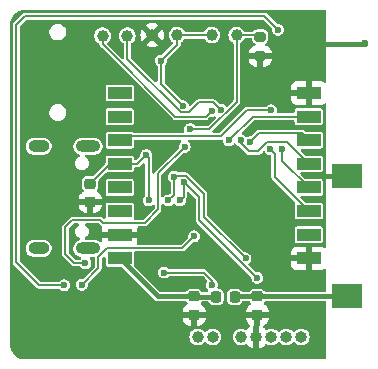
<source format=gbl>
%TF.GenerationSoftware,KiCad,Pcbnew,(7.0.0-0)*%
%TF.CreationDate,2023-03-07T12:57:00-05:00*%
%TF.ProjectId,Spatial Sense Module,53706174-6961-46c2-9053-656e7365204d,rev?*%
%TF.SameCoordinates,Original*%
%TF.FileFunction,Copper,L4,Bot*%
%TF.FilePolarity,Positive*%
%FSLAX46Y46*%
G04 Gerber Fmt 4.6, Leading zero omitted, Abs format (unit mm)*
G04 Created by KiCad (PCBNEW (7.0.0-0)) date 2023-03-07 12:57:00*
%MOMM*%
%LPD*%
G01*
G04 APERTURE LIST*
G04 Aperture macros list*
%AMRoundRect*
0 Rectangle with rounded corners*
0 $1 Rounding radius*
0 $2 $3 $4 $5 $6 $7 $8 $9 X,Y pos of 4 corners*
0 Add a 4 corners polygon primitive as box body*
4,1,4,$2,$3,$4,$5,$6,$7,$8,$9,$2,$3,0*
0 Add four circle primitives for the rounded corners*
1,1,$1+$1,$2,$3*
1,1,$1+$1,$4,$5*
1,1,$1+$1,$6,$7*
1,1,$1+$1,$8,$9*
0 Add four rect primitives between the rounded corners*
20,1,$1+$1,$2,$3,$4,$5,0*
20,1,$1+$1,$4,$5,$6,$7,0*
20,1,$1+$1,$6,$7,$8,$9,0*
20,1,$1+$1,$8,$9,$2,$3,0*%
G04 Aperture macros list end*
%TA.AperFunction,ComponentPad*%
%ADD10C,1.000000*%
%TD*%
%TA.AperFunction,ComponentPad*%
%ADD11O,1.000000X1.000000*%
%TD*%
%TA.AperFunction,ComponentPad*%
%ADD12O,2.100000X1.000000*%
%TD*%
%TA.AperFunction,ComponentPad*%
%ADD13O,1.800000X1.000000*%
%TD*%
%TA.AperFunction,SMDPad,CuDef*%
%ADD14C,1.000000*%
%TD*%
%TA.AperFunction,SMDPad,CuDef*%
%ADD15RoundRect,0.200000X-0.275000X0.200000X-0.275000X-0.200000X0.275000X-0.200000X0.275000X0.200000X0*%
%TD*%
%TA.AperFunction,SMDPad,CuDef*%
%ADD16RoundRect,0.225000X-0.250000X0.225000X-0.250000X-0.225000X0.250000X-0.225000X0.250000X0.225000X0*%
%TD*%
%TA.AperFunction,SMDPad,CuDef*%
%ADD17RoundRect,0.218750X-0.218750X-0.256250X0.218750X-0.256250X0.218750X0.256250X-0.218750X0.256250X0*%
%TD*%
%TA.AperFunction,SMDPad,CuDef*%
%ADD18R,2.500000X2.000000*%
%TD*%
%TA.AperFunction,SMDPad,CuDef*%
%ADD19R,2.000000X1.000000*%
%TD*%
%TA.AperFunction,ViaPad*%
%ADD20C,0.600000*%
%TD*%
%TA.AperFunction,Conductor*%
%ADD21C,0.400000*%
%TD*%
%TA.AperFunction,Conductor*%
%ADD22C,0.200000*%
%TD*%
%TA.AperFunction,Conductor*%
%ADD23C,0.127000*%
%TD*%
%TA.AperFunction,Conductor*%
%ADD24C,0.150000*%
%TD*%
G04 APERTURE END LIST*
D10*
%TO.P,J1,1,Pin_1*%
%TO.N,Net-(J1-Pin_1)*%
X193100000Y-150400000D03*
D11*
%TO.P,J1,2,Pin_2*%
%TO.N,Net-(J1-Pin_2)*%
X194369999Y-150399999D03*
%TD*%
D10*
%TO.P,J4,1,Pin_1*%
%TO.N,+3V3*%
X196800000Y-150400000D03*
D11*
%TO.P,J4,2,Pin_2*%
%TO.N,GND*%
X198069999Y-150399999D03*
%TO.P,J4,3,Pin_3*%
%TO.N,/SWCLK*%
X199339999Y-150399999D03*
%TO.P,J4,4,Pin_4*%
%TO.N,/SWDIO*%
X200609999Y-150399999D03*
%TO.P,J4,5,Pin_5*%
%TO.N,/~{RESET}*%
X201879999Y-150399999D03*
%TD*%
D12*
%TO.P,J3,S1,SHIELD*%
%TO.N,unconnected-(J3-SHIELD-PadS1)*%
X183804999Y-134269999D03*
D13*
X179624999Y-134269999D03*
D12*
X183804999Y-142909999D03*
D13*
X179624999Y-142909999D03*
%TD*%
D14*
%TO.P,D5_LC1,1,1*%
%TO.N,/D2*%
X187150000Y-124900000D03*
%TD*%
D15*
%TO.P,R10,1*%
%TO.N,/D11*%
X198400000Y-124975000D03*
%TO.P,R10,2*%
%TO.N,GND*%
X198400000Y-126625000D03*
%TD*%
D16*
%TO.P,C20,1*%
%TO.N,Net-(U5-ANT)*%
X192800000Y-146975000D03*
%TO.P,C20,2*%
%TO.N,GND*%
X192800000Y-148525000D03*
%TD*%
D17*
%TO.P,L1,1,1*%
%TO.N,Net-(U5-ANT)*%
X194662500Y-147000000D03*
%TO.P,L1,2,2*%
%TO.N,Net-(ANT1-A)*%
X196237500Y-147000000D03*
%TD*%
D14*
%TO.P,D6_LC1,1,1*%
%TO.N,/D5*%
X185050000Y-124900000D03*
%TD*%
D18*
%TO.P,ANT1,1,A*%
%TO.N,Net-(ANT1-A)*%
X205739999Y-146974999D03*
%TO.P,ANT1,2,Shield*%
%TO.N,GND*%
X205739999Y-136774999D03*
%TD*%
D14*
%TO.P,GND_LC1,1,1*%
%TO.N,GND*%
X189250000Y-124850000D03*
%TD*%
%TO.P,3V3_LC1,1,1*%
%TO.N,+3V3*%
X191350000Y-124850000D03*
%TD*%
D16*
%TO.P,C21,1*%
%TO.N,Net-(ANT1-A)*%
X198150000Y-146975000D03*
%TO.P,C21,2*%
%TO.N,GND*%
X198150000Y-148525000D03*
%TD*%
D14*
%TO.P,3V3_B1,1,1*%
%TO.N,+3V3*%
X194300000Y-124850000D03*
%TD*%
D19*
%TO.P,U5,1,GND*%
%TO.N,GND*%
X202499999Y-129749999D03*
%TO.P,U5,2,MISO*%
%TO.N,/MISO*%
X202499999Y-131749999D03*
%TO.P,U5,3,MOSI*%
%TO.N,/MOSI*%
X202499999Y-133749999D03*
%TO.P,U5,4,SCK*%
%TO.N,/SCK*%
X202499999Y-135749999D03*
%TO.P,U5,5,NSS*%
%TO.N,/D8_CS*%
X202499999Y-137749999D03*
%TO.P,U5,6,RESET*%
%TO.N,/D4_RST*%
X202499999Y-139749999D03*
%TO.P,U5,7,DIO5*%
%TO.N,unconnected-(U5-DIO5-Pad7)*%
X202499999Y-141749999D03*
%TO.P,U5,8,GND*%
%TO.N,GND*%
X202499999Y-143749999D03*
%TO.P,U5,9,ANT*%
%TO.N,Net-(U5-ANT)*%
X186499999Y-143749999D03*
%TO.P,U5,10,GND*%
%TO.N,GND*%
X186499999Y-141749999D03*
%TO.P,U5,11,DIO3*%
%TO.N,/DIO3*%
X186499999Y-139749999D03*
%TO.P,U5,12,DIO4*%
%TO.N,unconnected-(U5-DIO4-Pad12)*%
X186499999Y-137749999D03*
%TO.P,U5,13,3.3V*%
%TO.N,+3V3*%
X186499999Y-135749999D03*
%TO.P,U5,14,DIO0*%
%TO.N,/D3_IRQ*%
X186499999Y-133749999D03*
%TO.P,U5,15,DIO1*%
%TO.N,/DIO1*%
X186499999Y-131749999D03*
%TO.P,U5,16,DIO2*%
%TO.N,/DIO2*%
X186499999Y-129749999D03*
%TD*%
D14*
%TO.P,GND_B1,1,1*%
%TO.N,/D11*%
X196400000Y-124850000D03*
%TD*%
D16*
%TO.P,C19,1*%
%TO.N,+3V3*%
X184000000Y-137425000D03*
%TO.P,C19,2*%
%TO.N,GND*%
X184000000Y-138975000D03*
%TD*%
D20*
%TO.N,GND*%
X207300000Y-125550000D03*
X185075000Y-150525000D03*
X192875000Y-140975000D03*
X192500000Y-129200000D03*
X201100000Y-132575000D03*
%TO.N,+3V3*%
X191875000Y-130875000D03*
X190000000Y-127000000D03*
X188750000Y-135000000D03*
X188950000Y-138850000D03*
%TO.N,GND*%
X202500000Y-127650000D03*
X200300000Y-142100000D03*
X191300000Y-146250000D03*
X181200000Y-125950000D03*
X201800000Y-151900000D03*
X186000000Y-127650000D03*
X190250000Y-137300000D03*
X188850000Y-139700000D03*
X182150000Y-147950000D03*
X177550000Y-150400000D03*
X181250000Y-129950000D03*
X181300000Y-135750000D03*
X203300000Y-149850000D03*
X190600000Y-134300000D03*
X188150000Y-123950000D03*
X184700000Y-151900000D03*
X200250000Y-125800000D03*
X196600000Y-142000000D03*
X181700000Y-144250000D03*
X203360000Y-132750000D03*
X203475000Y-140750000D03*
X188750000Y-143600000D03*
X185750000Y-145000000D03*
X188100000Y-126000000D03*
X180850000Y-152000000D03*
X189550000Y-141775000D03*
X181400000Y-139700000D03*
X203200000Y-147750000D03*
X198750000Y-135600000D03*
X203200000Y-146000000D03*
X182450000Y-142000000D03*
X195300000Y-136750000D03*
X199050000Y-145400000D03*
X198000000Y-123900000D03*
X184850000Y-132900000D03*
X201950000Y-147750000D03*
X199250000Y-127725000D03*
X194000000Y-126550000D03*
X188200000Y-146600000D03*
X199625000Y-129775000D03*
X182450000Y-150000000D03*
X195530000Y-150480000D03*
X188400000Y-130700000D03*
X202600000Y-124550000D03*
X196975000Y-130700000D03*
X196800000Y-134800000D03*
X195500000Y-145700000D03*
X197200000Y-138200000D03*
X196150000Y-148850000D03*
X183950000Y-123950000D03*
X201950000Y-146000000D03*
X188450000Y-149975000D03*
X192000000Y-150100000D03*
X177500000Y-146150000D03*
X193450000Y-145500000D03*
X179250000Y-147700000D03*
X199400000Y-138100000D03*
X200700000Y-147750000D03*
X200700000Y-146000000D03*
X178450000Y-141750000D03*
X192550000Y-125900000D03*
X200350000Y-123700000D03*
%TO.N,/~{RESET}*%
X183300000Y-145975000D03*
X192810378Y-141876428D03*
%TO.N,/D13*%
X192000000Y-134300000D03*
X183600000Y-144150000D03*
%TO.N,/SCL*%
X198150000Y-145400000D03*
X191900000Y-137250000D03*
X191600000Y-138850000D03*
%TO.N,/SDA*%
X190600000Y-138850000D03*
X191100000Y-136850000D03*
X197150000Y-143750000D03*
%TO.N,/D8_CS*%
X200250000Y-134500000D03*
%TO.N,/D4_RST*%
X199250000Y-134500000D03*
%TO.N,/D3_IRQ*%
X199300000Y-131223500D03*
%TO.N,/MOSI*%
X197537115Y-133907423D03*
%TO.N,/SCK*%
X196750000Y-133750000D03*
%TO.N,/MISO*%
X195750000Y-133750000D03*
%TO.N,/D2*%
X195050000Y-131150000D03*
%TO.N,/D5*%
X194300000Y-131250000D03*
%TO.N,/D11*%
X192450000Y-132800000D03*
%TO.N,/STAT*%
X181800000Y-146025000D03*
X199900000Y-124400000D03*
%TO.N,Net-(U2-~{BOOT_LOAD_PIN})*%
X194300000Y-146000000D03*
X190250000Y-144950000D03*
%TD*%
D21*
%TO.N,GND*%
X207300000Y-125600000D02*
X203800000Y-125600000D01*
D22*
%TO.N,+3V3*%
X191350000Y-124850000D02*
X194300000Y-124850000D01*
X190000000Y-129000000D02*
X190000000Y-127000000D01*
X184000000Y-137425000D02*
X185675000Y-135750000D01*
X191875000Y-130875000D02*
X190000000Y-129000000D01*
X188950000Y-135200000D02*
X188750000Y-135000000D01*
X188000000Y-135750000D02*
X186500000Y-135750000D01*
X191350000Y-124850000D02*
X191350000Y-125650000D01*
X191350000Y-125650000D02*
X190000000Y-127000000D01*
X188950000Y-138850000D02*
X188950000Y-135200000D01*
X188750000Y-135000000D02*
X188000000Y-135750000D01*
D21*
%TO.N,GND*%
X204025000Y-136775000D02*
X205740000Y-136775000D01*
D23*
%TO.N,/~{RESET}*%
X183300000Y-145975000D02*
X184700000Y-144575000D01*
X185450000Y-142900000D02*
X191786806Y-142900000D01*
X184700000Y-144575000D02*
X184700000Y-143650000D01*
X191786806Y-142900000D02*
X192810378Y-141876428D01*
X184700000Y-143650000D02*
X185450000Y-142900000D01*
%TO.N,/D13*%
X189750000Y-139600000D02*
X188600000Y-140750000D01*
X185100000Y-140750000D02*
X184850000Y-140500000D01*
X182500000Y-140500000D02*
X181900000Y-141100000D01*
X182650000Y-144150000D02*
X183600000Y-144150000D01*
X181900000Y-141100000D02*
X181900000Y-143400000D01*
X189750000Y-136550000D02*
X189750000Y-139600000D01*
X192000000Y-134300000D02*
X189750000Y-136550000D01*
X188600000Y-140750000D02*
X185100000Y-140750000D01*
X184850000Y-140500000D02*
X182500000Y-140500000D01*
X181900000Y-143400000D02*
X182650000Y-144150000D01*
D24*
%TO.N,/SCL*%
X191900000Y-138550000D02*
X191900000Y-137250000D01*
X191600000Y-138850000D02*
X191900000Y-138550000D01*
X198090064Y-145400000D02*
X198150000Y-145400000D01*
X193200000Y-140509936D02*
X198090064Y-145400000D01*
X193200000Y-138550000D02*
X193200000Y-140509936D01*
X191900000Y-137250000D02*
X193200000Y-138550000D01*
%TO.N,/SDA*%
X190600000Y-138850000D02*
X191100000Y-138350000D01*
X191100000Y-138350000D02*
X191100000Y-136850000D01*
X191202000Y-136748000D02*
X191100000Y-136850000D01*
X193650000Y-138290064D02*
X192107936Y-136748000D01*
X193650000Y-140250000D02*
X193650000Y-138290064D01*
X197150000Y-143750000D02*
X193650000Y-140250000D01*
X192107936Y-136748000D02*
X191202000Y-136748000D01*
D22*
%TO.N,/D8_CS*%
X200250000Y-135500000D02*
X202500000Y-137750000D01*
X200250000Y-134500000D02*
X200250000Y-135500000D01*
%TO.N,/D4_RST*%
X199250000Y-134500000D02*
X199646800Y-134896800D01*
X199646800Y-136896800D02*
X202500000Y-139750000D01*
X199646800Y-134896800D02*
X199646800Y-136896800D01*
%TO.N,/D3_IRQ*%
X197276500Y-131223500D02*
X195103200Y-133396800D01*
X195103200Y-133396800D02*
X186853200Y-133396800D01*
X199300000Y-131223500D02*
X197276500Y-131223500D01*
%TO.N,/MOSI*%
X197537115Y-133907423D02*
X198297738Y-133146800D01*
X198297738Y-133146800D02*
X201896800Y-133146800D01*
X201896800Y-133146800D02*
X202500000Y-133750000D01*
%TO.N,/SCK*%
X197476638Y-134700000D02*
X198196946Y-134700000D01*
X199000146Y-133896800D02*
X200646800Y-133896800D01*
X196750000Y-133973362D02*
X197476638Y-134700000D01*
X198196946Y-134700000D02*
X199000146Y-133896800D01*
X196750000Y-133750000D02*
X196750000Y-133973362D01*
X200646800Y-133896800D02*
X202500000Y-135750000D01*
%TO.N,/MISO*%
X195750000Y-133750000D02*
X197750000Y-131750000D01*
X197750000Y-131750000D02*
X202500000Y-131750000D01*
D23*
%TO.N,/D2*%
X191671828Y-131365500D02*
X187150000Y-126843672D01*
X187150000Y-126843672D02*
X187150000Y-124900000D01*
X193250000Y-130500000D02*
X192384500Y-131365500D01*
X195050000Y-131150000D02*
X194400000Y-130500000D01*
X192384500Y-131365500D02*
X191671828Y-131365500D01*
X194400000Y-130500000D02*
X193250000Y-130500000D01*
%TO.N,/D5*%
X185050000Y-124900000D02*
X185050000Y-125607106D01*
X193800000Y-131750000D02*
X194300000Y-131250000D01*
X185050000Y-125607106D02*
X191192894Y-131750000D01*
X191192894Y-131750000D02*
X193800000Y-131750000D01*
%TO.N,/D11*%
X194093672Y-132800000D02*
X196400000Y-130493672D01*
X192450000Y-132800000D02*
X194093672Y-132800000D01*
X196400000Y-130493672D02*
X196400000Y-124850000D01*
X196400000Y-124850000D02*
X198275000Y-124850000D01*
X198275000Y-124850000D02*
X198400000Y-124975000D01*
D22*
%TO.N,/STAT*%
X181800000Y-146025000D02*
X179675000Y-146025000D01*
X179675000Y-146025000D02*
X177750000Y-144100000D01*
X178500000Y-123250000D02*
X198750000Y-123250000D01*
X177750000Y-124000000D02*
X178500000Y-123250000D01*
X198750000Y-123250000D02*
X199900000Y-124400000D01*
X177750000Y-144100000D02*
X177750000Y-124000000D01*
D21*
%TO.N,Net-(U5-ANT)*%
X189725000Y-146975000D02*
X192800000Y-146975000D01*
X194662500Y-147000000D02*
X192825000Y-147000000D01*
X186500000Y-143750000D02*
X189725000Y-146975000D01*
%TO.N,Net-(ANT1-A)*%
X198150000Y-146975000D02*
X205740000Y-146975000D01*
X198150000Y-146975000D02*
X196262500Y-146975000D01*
D24*
%TO.N,Net-(U2-~{BOOT_LOAD_PIN})*%
X193609936Y-144950000D02*
X190250000Y-144950000D01*
X194300000Y-146000000D02*
X194300000Y-145640064D01*
X194300000Y-145640064D02*
X193609936Y-144950000D01*
%TD*%
%TA.AperFunction,Conductor*%
%TO.N,GND*%
G36*
X182986623Y-140779027D02*
G01*
X183031450Y-140820465D01*
X183051073Y-140878271D01*
X183040735Y-140938435D01*
X183002941Y-140986376D01*
X182900994Y-141064602D01*
X182900987Y-141064608D01*
X182894549Y-141069549D01*
X182889608Y-141075987D01*
X182889605Y-141075991D01*
X182807248Y-141183319D01*
X182807242Y-141183328D01*
X182802302Y-141189767D01*
X182799193Y-141197272D01*
X182799191Y-141197276D01*
X182747423Y-141322254D01*
X182747421Y-141322259D01*
X182744313Y-141329764D01*
X182743252Y-141337815D01*
X182743251Y-141337823D01*
X182725760Y-141470683D01*
X182724534Y-141480000D01*
X182725595Y-141488059D01*
X182743251Y-141622176D01*
X182743252Y-141622182D01*
X182744313Y-141630236D01*
X182747422Y-141637742D01*
X182747423Y-141637745D01*
X182790918Y-141742750D01*
X182802302Y-141770233D01*
X182807245Y-141776674D01*
X182807248Y-141776680D01*
X182877054Y-141867651D01*
X182894549Y-141890451D01*
X182900991Y-141895394D01*
X183008319Y-141977751D01*
X183008322Y-141977753D01*
X183014767Y-141982698D01*
X183065234Y-142003602D01*
X183112554Y-142038201D01*
X183138695Y-142090673D01*
X183137810Y-142149289D01*
X183110097Y-142200948D01*
X183061751Y-142234104D01*
X182934087Y-142282520D01*
X182934081Y-142282523D01*
X182927070Y-142285182D01*
X182920897Y-142289442D01*
X182920893Y-142289445D01*
X182793241Y-142377557D01*
X182793235Y-142377562D01*
X182787071Y-142381817D01*
X182782099Y-142387428D01*
X182782098Y-142387430D01*
X182679241Y-142503531D01*
X182679236Y-142503537D01*
X182674266Y-142509148D01*
X182670780Y-142515788D01*
X182670779Y-142515791D01*
X182598695Y-142653133D01*
X182598692Y-142653140D01*
X182595210Y-142659775D01*
X182593416Y-142667050D01*
X182593415Y-142667055D01*
X182556294Y-142817662D01*
X182556293Y-142817668D01*
X182554500Y-142824944D01*
X182554500Y-142995056D01*
X182556293Y-143002332D01*
X182556294Y-143002337D01*
X182592952Y-143151065D01*
X182595210Y-143160225D01*
X182598693Y-143166862D01*
X182598695Y-143166866D01*
X182643377Y-143251999D01*
X182674266Y-143310852D01*
X182679239Y-143316466D01*
X182679241Y-143316468D01*
X182717252Y-143359374D01*
X182787071Y-143438183D01*
X182927070Y-143534818D01*
X182934088Y-143537479D01*
X182934087Y-143537479D01*
X183073452Y-143590333D01*
X183086128Y-143595140D01*
X183143656Y-143602125D01*
X183155447Y-143603557D01*
X183216704Y-143628832D01*
X183256198Y-143682045D01*
X183262649Y-143747997D01*
X183234215Y-143807853D01*
X183203583Y-143843204D01*
X183161386Y-143874794D01*
X183109873Y-143886000D01*
X182810714Y-143886000D01*
X182763261Y-143876561D01*
X182723033Y-143849681D01*
X182200319Y-143326967D01*
X182173439Y-143286739D01*
X182164000Y-143239286D01*
X182164000Y-141260714D01*
X182173439Y-141213261D01*
X182200319Y-141173033D01*
X182573033Y-140800319D01*
X182613261Y-140773439D01*
X182660714Y-140764000D01*
X182927455Y-140764000D01*
X182986623Y-140779027D01*
G37*
%TD.AperFunction*%
%TA.AperFunction,Conductor*%
G36*
X198760803Y-122708960D02*
G01*
X198794997Y-122700500D01*
X203876000Y-122700500D01*
X203938000Y-122717113D01*
X203983387Y-122762500D01*
X204000000Y-122824500D01*
X204000000Y-128751997D01*
X203981495Y-128817164D01*
X203931504Y-128862881D01*
X203864947Y-128875503D01*
X203801689Y-128851263D01*
X203749194Y-128811964D01*
X203733777Y-128803547D01*
X203614641Y-128759111D01*
X203599667Y-128755573D01*
X203551114Y-128750353D01*
X203544518Y-128750000D01*
X202766326Y-128750000D01*
X202753450Y-128753450D01*
X202750000Y-128766326D01*
X202750000Y-130733674D01*
X202753450Y-130746549D01*
X202766326Y-130750000D01*
X203544518Y-130750000D01*
X203551114Y-130749646D01*
X203599667Y-130744426D01*
X203614641Y-130740888D01*
X203733777Y-130696452D01*
X203749194Y-130688035D01*
X203801689Y-130648737D01*
X203864947Y-130624497D01*
X203931504Y-130637119D01*
X203981495Y-130682836D01*
X204000000Y-130748003D01*
X204000000Y-142751997D01*
X203981495Y-142817164D01*
X203931504Y-142862881D01*
X203864947Y-142875503D01*
X203801689Y-142851263D01*
X203749194Y-142811964D01*
X203733777Y-142803547D01*
X203614641Y-142759111D01*
X203599667Y-142755573D01*
X203551114Y-142750353D01*
X203544518Y-142750000D01*
X202766326Y-142750000D01*
X202753450Y-142753450D01*
X202750000Y-142766326D01*
X202750000Y-144733674D01*
X202753450Y-144746549D01*
X202766326Y-144750000D01*
X203544518Y-144750000D01*
X203551114Y-144749646D01*
X203599667Y-144744426D01*
X203614641Y-144740888D01*
X203733777Y-144696452D01*
X203749194Y-144688035D01*
X203801689Y-144648737D01*
X203864947Y-144624497D01*
X203931504Y-144637119D01*
X203981495Y-144682836D01*
X204000000Y-144748003D01*
X204000000Y-146450500D01*
X203983387Y-146512500D01*
X203938000Y-146557887D01*
X203876000Y-146574500D01*
X198864115Y-146574500D01*
X198799324Y-146556226D01*
X198759302Y-146512929D01*
X198758695Y-146513371D01*
X198754966Y-146508238D01*
X198753629Y-146506792D01*
X198748528Y-146496780D01*
X198653220Y-146401472D01*
X198533126Y-146340281D01*
X198523489Y-146338754D01*
X198523484Y-146338753D01*
X198438308Y-146325263D01*
X198438302Y-146325262D01*
X198433488Y-146324500D01*
X197866512Y-146324500D01*
X197861698Y-146325262D01*
X197861691Y-146325263D01*
X197776515Y-146338753D01*
X197776508Y-146338755D01*
X197766874Y-146340281D01*
X197758178Y-146344711D01*
X197758177Y-146344712D01*
X197655475Y-146397041D01*
X197655471Y-146397043D01*
X197646780Y-146401472D01*
X197639881Y-146408370D01*
X197639878Y-146408373D01*
X197558372Y-146489879D01*
X197558369Y-146489882D01*
X197551472Y-146496780D01*
X197546370Y-146506792D01*
X197545033Y-146508238D01*
X197541305Y-146513371D01*
X197540697Y-146512929D01*
X197500676Y-146556226D01*
X197435885Y-146574500D01*
X196916536Y-146574500D01*
X196851748Y-146556228D01*
X196806053Y-146506798D01*
X196804091Y-146502947D01*
X196804087Y-146502941D01*
X196799658Y-146494249D01*
X196705751Y-146400342D01*
X196587420Y-146340049D01*
X196577783Y-146338522D01*
X196577778Y-146338521D01*
X196494066Y-146325263D01*
X196494060Y-146325262D01*
X196489246Y-146324500D01*
X195985754Y-146324500D01*
X195980940Y-146325262D01*
X195980933Y-146325263D01*
X195897221Y-146338521D01*
X195897214Y-146338523D01*
X195887580Y-146340049D01*
X195878884Y-146344479D01*
X195878883Y-146344480D01*
X195777944Y-146395911D01*
X195777941Y-146395913D01*
X195769249Y-146400342D01*
X195762350Y-146407240D01*
X195762347Y-146407243D01*
X195682243Y-146487347D01*
X195682240Y-146487350D01*
X195675342Y-146494249D01*
X195670913Y-146502941D01*
X195670911Y-146502944D01*
X195619480Y-146603883D01*
X195615049Y-146612580D01*
X195613523Y-146622214D01*
X195613521Y-146622221D01*
X195600263Y-146705933D01*
X195600262Y-146705940D01*
X195599500Y-146710754D01*
X195599500Y-147289246D01*
X195600262Y-147294060D01*
X195600263Y-147294066D01*
X195613521Y-147377778D01*
X195613522Y-147377783D01*
X195615049Y-147387420D01*
X195619480Y-147396116D01*
X195658231Y-147472170D01*
X195675342Y-147505751D01*
X195769249Y-147599658D01*
X195887580Y-147659951D01*
X195985754Y-147675500D01*
X196484368Y-147675500D01*
X196489246Y-147675500D01*
X196587420Y-147659951D01*
X196705751Y-147599658D01*
X196799658Y-147505751D01*
X196831526Y-147443205D01*
X196877222Y-147393773D01*
X196942012Y-147375500D01*
X197435885Y-147375500D01*
X197500676Y-147393774D01*
X197540697Y-147437070D01*
X197541305Y-147436629D01*
X197545033Y-147441761D01*
X197546370Y-147443207D01*
X197551472Y-147453220D01*
X197558372Y-147460120D01*
X197570425Y-147472173D01*
X197599870Y-147519143D01*
X197605906Y-147574249D01*
X197587325Y-147626479D01*
X197547842Y-147665392D01*
X197453416Y-147723635D01*
X197442157Y-147732537D01*
X197332537Y-147842157D01*
X197323632Y-147853419D01*
X197242246Y-147985366D01*
X197236180Y-147998374D01*
X197187272Y-148145969D01*
X197184456Y-148159125D01*
X197175319Y-148248555D01*
X197175000Y-148254832D01*
X197175000Y-148258674D01*
X197178450Y-148271549D01*
X197191326Y-148275000D01*
X199108673Y-148275000D01*
X199121548Y-148271549D01*
X199124999Y-148258674D01*
X199124999Y-148254835D01*
X199124678Y-148248552D01*
X199115544Y-148159132D01*
X199112725Y-148145963D01*
X199063819Y-147998374D01*
X199057753Y-147985366D01*
X198976367Y-147853419D01*
X198967462Y-147842157D01*
X198857842Y-147732537D01*
X198846580Y-147723632D01*
X198752158Y-147665392D01*
X198712674Y-147626478D01*
X198694093Y-147574248D01*
X198700129Y-147519140D01*
X198729572Y-147472175D01*
X198748528Y-147453220D01*
X198753629Y-147443207D01*
X198754966Y-147441761D01*
X198758695Y-147436629D01*
X198759302Y-147437070D01*
X198799324Y-147393774D01*
X198864115Y-147375500D01*
X203876000Y-147375500D01*
X203938000Y-147392113D01*
X203983387Y-147437500D01*
X204000000Y-147499500D01*
X204000000Y-152175500D01*
X203983387Y-152237500D01*
X203938000Y-152282887D01*
X203876000Y-152299500D01*
X178504875Y-152299500D01*
X178495146Y-152299118D01*
X178306440Y-152284266D01*
X178287222Y-152281222D01*
X178107921Y-152238176D01*
X178089415Y-152232163D01*
X177919053Y-152161596D01*
X177901716Y-152152762D01*
X177744495Y-152056417D01*
X177728753Y-152044980D01*
X177588535Y-151925222D01*
X177574777Y-151911464D01*
X177455019Y-151771246D01*
X177443582Y-151755504D01*
X177347237Y-151598283D01*
X177338403Y-151580946D01*
X177324272Y-151546833D01*
X177267833Y-151410577D01*
X177261825Y-151392085D01*
X177218776Y-151212772D01*
X177215733Y-151193559D01*
X177209502Y-151114390D01*
X177200881Y-151004853D01*
X177200500Y-150995125D01*
X177200500Y-150400000D01*
X192394355Y-150400000D01*
X192395259Y-150407445D01*
X192413955Y-150561423D01*
X192413956Y-150561427D01*
X192414860Y-150568872D01*
X192417518Y-150575882D01*
X192417520Y-150575888D01*
X192472520Y-150720912D01*
X192475182Y-150727930D01*
X192479444Y-150734105D01*
X192479445Y-150734106D01*
X192567053Y-150861028D01*
X192571817Y-150867929D01*
X192699148Y-150980734D01*
X192849775Y-151059790D01*
X193014944Y-151100500D01*
X193177556Y-151100500D01*
X193185056Y-151100500D01*
X193350225Y-151059790D01*
X193500852Y-150980734D01*
X193628183Y-150867929D01*
X193632947Y-150861026D01*
X193633612Y-150860437D01*
X193637419Y-150856141D01*
X193637940Y-150856602D01*
X193677371Y-150821667D01*
X193735000Y-150807462D01*
X193792629Y-150821667D01*
X193832059Y-150856602D01*
X193832581Y-150856141D01*
X193836387Y-150860437D01*
X193837052Y-150861026D01*
X193841817Y-150867929D01*
X193969148Y-150980734D01*
X194119775Y-151059790D01*
X194284944Y-151100500D01*
X194447556Y-151100500D01*
X194455056Y-151100500D01*
X194620225Y-151059790D01*
X194770852Y-150980734D01*
X194898183Y-150867929D01*
X194994818Y-150727930D01*
X195055140Y-150568872D01*
X195075645Y-150400000D01*
X196094355Y-150400000D01*
X196095259Y-150407445D01*
X196113955Y-150561423D01*
X196113956Y-150561427D01*
X196114860Y-150568872D01*
X196117518Y-150575882D01*
X196117520Y-150575888D01*
X196172520Y-150720912D01*
X196175182Y-150727930D01*
X196179444Y-150734105D01*
X196179445Y-150734106D01*
X196267053Y-150861028D01*
X196271817Y-150867929D01*
X196399148Y-150980734D01*
X196549775Y-151059790D01*
X196714944Y-151100500D01*
X196877556Y-151100500D01*
X196885056Y-151100500D01*
X197050225Y-151059790D01*
X197147852Y-151008550D01*
X197202043Y-150994395D01*
X197256936Y-151005529D01*
X197301330Y-151039682D01*
X197355609Y-151105821D01*
X197364178Y-151114390D01*
X197507029Y-151231625D01*
X197517117Y-151238366D01*
X197680094Y-151325479D01*
X197691287Y-151330116D01*
X197806103Y-151364945D01*
X197817387Y-151365638D01*
X197820000Y-151354637D01*
X198320000Y-151354637D01*
X198322612Y-151365638D01*
X198333896Y-151364945D01*
X198448712Y-151330116D01*
X198459905Y-151325479D01*
X198622882Y-151238366D01*
X198632970Y-151231625D01*
X198775821Y-151114390D01*
X198784389Y-151105822D01*
X198838668Y-151039683D01*
X198883062Y-151005529D01*
X198937955Y-150994395D01*
X198992148Y-151008551D01*
X199089775Y-151059790D01*
X199254944Y-151100500D01*
X199417556Y-151100500D01*
X199425056Y-151100500D01*
X199590225Y-151059790D01*
X199740852Y-150980734D01*
X199868183Y-150867929D01*
X199872947Y-150861026D01*
X199873612Y-150860437D01*
X199877419Y-150856141D01*
X199877940Y-150856602D01*
X199917371Y-150821667D01*
X199975000Y-150807462D01*
X200032629Y-150821667D01*
X200072059Y-150856602D01*
X200072581Y-150856141D01*
X200076387Y-150860437D01*
X200077052Y-150861026D01*
X200081817Y-150867929D01*
X200209148Y-150980734D01*
X200359775Y-151059790D01*
X200524944Y-151100500D01*
X200687556Y-151100500D01*
X200695056Y-151100500D01*
X200860225Y-151059790D01*
X201010852Y-150980734D01*
X201138183Y-150867929D01*
X201142947Y-150861026D01*
X201143612Y-150860437D01*
X201147419Y-150856141D01*
X201147940Y-150856602D01*
X201187371Y-150821667D01*
X201245000Y-150807462D01*
X201302629Y-150821667D01*
X201342059Y-150856602D01*
X201342581Y-150856141D01*
X201346387Y-150860437D01*
X201347052Y-150861026D01*
X201351817Y-150867929D01*
X201479148Y-150980734D01*
X201629775Y-151059790D01*
X201794944Y-151100500D01*
X201957556Y-151100500D01*
X201965056Y-151100500D01*
X202130225Y-151059790D01*
X202280852Y-150980734D01*
X202408183Y-150867929D01*
X202504818Y-150727930D01*
X202565140Y-150568872D01*
X202585645Y-150400000D01*
X202565140Y-150231128D01*
X202504818Y-150072070D01*
X202408183Y-149932071D01*
X202280852Y-149819266D01*
X202227852Y-149791449D01*
X202136866Y-149743695D01*
X202136862Y-149743693D01*
X202130225Y-149740210D01*
X202122947Y-149738416D01*
X202122944Y-149738415D01*
X201972337Y-149701294D01*
X201972332Y-149701293D01*
X201965056Y-149699500D01*
X201794944Y-149699500D01*
X201787668Y-149701293D01*
X201787662Y-149701294D01*
X201637055Y-149738415D01*
X201637050Y-149738416D01*
X201629775Y-149740210D01*
X201623140Y-149743692D01*
X201623133Y-149743695D01*
X201485791Y-149815779D01*
X201485788Y-149815780D01*
X201479148Y-149819266D01*
X201473537Y-149824236D01*
X201473531Y-149824241D01*
X201357430Y-149927098D01*
X201351817Y-149932071D01*
X201347562Y-149938234D01*
X201347555Y-149938243D01*
X201347049Y-149938978D01*
X201346380Y-149939569D01*
X201342581Y-149943859D01*
X201342060Y-149943397D01*
X201302625Y-149978334D01*
X201245000Y-149992537D01*
X201187375Y-149978334D01*
X201147939Y-149943397D01*
X201147419Y-149943859D01*
X201143619Y-149939569D01*
X201142951Y-149938978D01*
X201142444Y-149938243D01*
X201142440Y-149938239D01*
X201138183Y-149932071D01*
X201010852Y-149819266D01*
X200957852Y-149791449D01*
X200866866Y-149743695D01*
X200866862Y-149743693D01*
X200860225Y-149740210D01*
X200852947Y-149738416D01*
X200852944Y-149738415D01*
X200702337Y-149701294D01*
X200702332Y-149701293D01*
X200695056Y-149699500D01*
X200524944Y-149699500D01*
X200517668Y-149701293D01*
X200517662Y-149701294D01*
X200367055Y-149738415D01*
X200367050Y-149738416D01*
X200359775Y-149740210D01*
X200353140Y-149743692D01*
X200353133Y-149743695D01*
X200215791Y-149815779D01*
X200215788Y-149815780D01*
X200209148Y-149819266D01*
X200203537Y-149824236D01*
X200203531Y-149824241D01*
X200087430Y-149927098D01*
X200081817Y-149932071D01*
X200077562Y-149938234D01*
X200077555Y-149938243D01*
X200077049Y-149938978D01*
X200076380Y-149939569D01*
X200072581Y-149943859D01*
X200072060Y-149943397D01*
X200032625Y-149978334D01*
X199975000Y-149992537D01*
X199917375Y-149978334D01*
X199877939Y-149943397D01*
X199877419Y-149943859D01*
X199873619Y-149939569D01*
X199872951Y-149938978D01*
X199872444Y-149938243D01*
X199872440Y-149938239D01*
X199868183Y-149932071D01*
X199740852Y-149819266D01*
X199687852Y-149791449D01*
X199596866Y-149743695D01*
X199596862Y-149743693D01*
X199590225Y-149740210D01*
X199582947Y-149738416D01*
X199582944Y-149738415D01*
X199432337Y-149701294D01*
X199432332Y-149701293D01*
X199425056Y-149699500D01*
X199254944Y-149699500D01*
X199247668Y-149701293D01*
X199247662Y-149701294D01*
X199097055Y-149738415D01*
X199097050Y-149738416D01*
X199089775Y-149740210D01*
X199083139Y-149743692D01*
X199083136Y-149743694D01*
X198992147Y-149791449D01*
X198937955Y-149805604D01*
X198883062Y-149794470D01*
X198838669Y-149760317D01*
X198784390Y-149694178D01*
X198775821Y-149685609D01*
X198690041Y-149615211D01*
X198653508Y-149565243D01*
X198645681Y-149503841D01*
X198668510Y-149446305D01*
X198709246Y-149412783D01*
X198708484Y-149411547D01*
X198846580Y-149326367D01*
X198857842Y-149317462D01*
X198967462Y-149207842D01*
X198976367Y-149196580D01*
X199057753Y-149064633D01*
X199063819Y-149051625D01*
X199112727Y-148904030D01*
X199115543Y-148890874D01*
X199124680Y-148801444D01*
X199125000Y-148795168D01*
X199125000Y-148791326D01*
X199121549Y-148778450D01*
X199108674Y-148775000D01*
X198416326Y-148775000D01*
X198403450Y-148778450D01*
X198400000Y-148791326D01*
X198400000Y-149402790D01*
X198388382Y-149455195D01*
X198355705Y-149497780D01*
X198329611Y-149511363D01*
X198323788Y-149517186D01*
X198320000Y-149531326D01*
X198320000Y-151354637D01*
X197820000Y-151354637D01*
X197820000Y-149472210D01*
X197831618Y-149419805D01*
X197864295Y-149377220D01*
X197890388Y-149363636D01*
X197896211Y-149357813D01*
X197900000Y-149343674D01*
X197900000Y-148791326D01*
X197896549Y-148778450D01*
X197883674Y-148775000D01*
X197191327Y-148775000D01*
X197178451Y-148778450D01*
X197175001Y-148791326D01*
X197175001Y-148795165D01*
X197175321Y-148801447D01*
X197184455Y-148890867D01*
X197187274Y-148904036D01*
X197236180Y-149051625D01*
X197242246Y-149064633D01*
X197323632Y-149196580D01*
X197332537Y-149207842D01*
X197442157Y-149317462D01*
X197453419Y-149326367D01*
X197505289Y-149358361D01*
X197547915Y-149402485D01*
X197564171Y-149461643D01*
X197550078Y-149521354D01*
X197511541Y-149564264D01*
X197511741Y-149564507D01*
X197510154Y-149565808D01*
X197509085Y-149567000D01*
X197507030Y-149568372D01*
X197364178Y-149685609D01*
X197355613Y-149694174D01*
X197301330Y-149760318D01*
X197256936Y-149794470D01*
X197202044Y-149805604D01*
X197147852Y-149791449D01*
X197050225Y-149740210D01*
X197042947Y-149738416D01*
X197042944Y-149738415D01*
X196892337Y-149701294D01*
X196892332Y-149701293D01*
X196885056Y-149699500D01*
X196714944Y-149699500D01*
X196707668Y-149701293D01*
X196707662Y-149701294D01*
X196557055Y-149738415D01*
X196557050Y-149738416D01*
X196549775Y-149740210D01*
X196543140Y-149743692D01*
X196543133Y-149743695D01*
X196405791Y-149815779D01*
X196405788Y-149815780D01*
X196399148Y-149819266D01*
X196393537Y-149824236D01*
X196393531Y-149824241D01*
X196277430Y-149927098D01*
X196271817Y-149932071D01*
X196267562Y-149938235D01*
X196267557Y-149938241D01*
X196179445Y-150065893D01*
X196179442Y-150065897D01*
X196175182Y-150072070D01*
X196172523Y-150079081D01*
X196172520Y-150079087D01*
X196117520Y-150224111D01*
X196117517Y-150224119D01*
X196114860Y-150231128D01*
X196113956Y-150238570D01*
X196113955Y-150238576D01*
X196095356Y-150391755D01*
X196094355Y-150400000D01*
X195075645Y-150400000D01*
X195055140Y-150231128D01*
X194994818Y-150072070D01*
X194898183Y-149932071D01*
X194770852Y-149819266D01*
X194717852Y-149791449D01*
X194626866Y-149743695D01*
X194626862Y-149743693D01*
X194620225Y-149740210D01*
X194612947Y-149738416D01*
X194612944Y-149738415D01*
X194462337Y-149701294D01*
X194462332Y-149701293D01*
X194455056Y-149699500D01*
X194284944Y-149699500D01*
X194277668Y-149701293D01*
X194277662Y-149701294D01*
X194127055Y-149738415D01*
X194127050Y-149738416D01*
X194119775Y-149740210D01*
X194113140Y-149743692D01*
X194113133Y-149743695D01*
X193975791Y-149815779D01*
X193975788Y-149815780D01*
X193969148Y-149819266D01*
X193963537Y-149824236D01*
X193963531Y-149824241D01*
X193847430Y-149927098D01*
X193841817Y-149932071D01*
X193837562Y-149938234D01*
X193837555Y-149938243D01*
X193837049Y-149938978D01*
X193836380Y-149939569D01*
X193832581Y-149943859D01*
X193832060Y-149943397D01*
X193792625Y-149978334D01*
X193735000Y-149992537D01*
X193677375Y-149978334D01*
X193637939Y-149943397D01*
X193637419Y-149943859D01*
X193633619Y-149939569D01*
X193632951Y-149938978D01*
X193632444Y-149938243D01*
X193632440Y-149938239D01*
X193628183Y-149932071D01*
X193500852Y-149819266D01*
X193447852Y-149791449D01*
X193356866Y-149743695D01*
X193356862Y-149743693D01*
X193350225Y-149740210D01*
X193342947Y-149738416D01*
X193342944Y-149738415D01*
X193202736Y-149703857D01*
X193145248Y-149671657D01*
X193112373Y-149614553D01*
X193113391Y-149548670D01*
X193148017Y-149492610D01*
X193198159Y-149466527D01*
X193197606Y-149464856D01*
X193351625Y-149413819D01*
X193364633Y-149407753D01*
X193496580Y-149326367D01*
X193507842Y-149317462D01*
X193617462Y-149207842D01*
X193626367Y-149196580D01*
X193707753Y-149064633D01*
X193713819Y-149051625D01*
X193762727Y-148904030D01*
X193765543Y-148890874D01*
X193774680Y-148801444D01*
X193775000Y-148795168D01*
X193775000Y-148791326D01*
X193771549Y-148778450D01*
X193758674Y-148775000D01*
X193066326Y-148775000D01*
X193053450Y-148778450D01*
X193050000Y-148791326D01*
X193050000Y-149458673D01*
X193053788Y-149472812D01*
X193072507Y-149491531D01*
X193104761Y-149547722D01*
X193104272Y-149612510D01*
X193071173Y-149668208D01*
X193014501Y-149699609D01*
X192857055Y-149738415D01*
X192857050Y-149738416D01*
X192849775Y-149740210D01*
X192843140Y-149743692D01*
X192843133Y-149743695D01*
X192705791Y-149815779D01*
X192705788Y-149815780D01*
X192699148Y-149819266D01*
X192693537Y-149824236D01*
X192693531Y-149824241D01*
X192577430Y-149927098D01*
X192571817Y-149932071D01*
X192567562Y-149938235D01*
X192567557Y-149938241D01*
X192479445Y-150065893D01*
X192479442Y-150065897D01*
X192475182Y-150072070D01*
X192472523Y-150079081D01*
X192472520Y-150079087D01*
X192417520Y-150224111D01*
X192417517Y-150224119D01*
X192414860Y-150231128D01*
X192413956Y-150238570D01*
X192413955Y-150238576D01*
X192395356Y-150391755D01*
X192394355Y-150400000D01*
X177200500Y-150400000D01*
X177200500Y-148795165D01*
X191825001Y-148795165D01*
X191825321Y-148801447D01*
X191834455Y-148890867D01*
X191837274Y-148904036D01*
X191886180Y-149051625D01*
X191892246Y-149064633D01*
X191973632Y-149196580D01*
X191982537Y-149207842D01*
X192092157Y-149317462D01*
X192103419Y-149326367D01*
X192235366Y-149407753D01*
X192248374Y-149413819D01*
X192395969Y-149462727D01*
X192409125Y-149465543D01*
X192498555Y-149474680D01*
X192504832Y-149475000D01*
X192533674Y-149475000D01*
X192546549Y-149471549D01*
X192550000Y-149458674D01*
X192550000Y-148791326D01*
X192546549Y-148778450D01*
X192533674Y-148775000D01*
X191841327Y-148775000D01*
X191828451Y-148778450D01*
X191825001Y-148791326D01*
X191825001Y-148795165D01*
X177200500Y-148795165D01*
X177200500Y-144088173D01*
X177204766Y-144072002D01*
X177200500Y-144055312D01*
X177200500Y-124022296D01*
X177212989Y-123973436D01*
X177434311Y-123973436D01*
X177447311Y-124005165D01*
X177448311Y-124012334D01*
X177449500Y-124029465D01*
X177449500Y-144048144D01*
X177449251Y-144051724D01*
X177447227Y-144057765D01*
X177447757Y-144069243D01*
X177447311Y-144072445D01*
X177446131Y-144075322D01*
X177448368Y-144082447D01*
X177449368Y-144104080D01*
X177449500Y-144109806D01*
X177449500Y-144127844D01*
X177450552Y-144133471D01*
X177450635Y-144134368D01*
X177451031Y-144140072D01*
X177451690Y-144154311D01*
X177452415Y-144169992D01*
X177457054Y-144180499D01*
X177458792Y-144187888D01*
X177460082Y-144192052D01*
X177462827Y-144199137D01*
X177464939Y-144210433D01*
X177479001Y-144233146D01*
X177487003Y-144248327D01*
X177493152Y-144262254D01*
X177493153Y-144262256D01*
X177497794Y-144272765D01*
X177505917Y-144280888D01*
X177510209Y-144287153D01*
X177512915Y-144290569D01*
X177518031Y-144296181D01*
X177524081Y-144305952D01*
X177545396Y-144322048D01*
X177558351Y-144333322D01*
X179425841Y-146200812D01*
X179428202Y-146203525D01*
X179431042Y-146209228D01*
X179439530Y-146216966D01*
X179439531Y-146216967D01*
X179465317Y-146240474D01*
X179469458Y-146244429D01*
X179482203Y-146257174D01*
X179486930Y-146260412D01*
X179487621Y-146260986D01*
X179491928Y-146264733D01*
X179514067Y-146284916D01*
X179524782Y-146289067D01*
X179531246Y-146293069D01*
X179535074Y-146295087D01*
X179542039Y-146298162D01*
X179551519Y-146304656D01*
X179562706Y-146307287D01*
X179577506Y-146310768D01*
X179593912Y-146315848D01*
X179608108Y-146321348D01*
X179608111Y-146321348D01*
X179618827Y-146325500D01*
X179630320Y-146325500D01*
X179637794Y-146326897D01*
X179642094Y-146327396D01*
X179649692Y-146327747D01*
X179660881Y-146330379D01*
X179687332Y-146326689D01*
X179704465Y-146325500D01*
X181341499Y-146325500D01*
X181393011Y-146336706D01*
X181435212Y-146368298D01*
X181463063Y-146400441D01*
X181463069Y-146400446D01*
X181468872Y-146407143D01*
X181589947Y-146484953D01*
X181728039Y-146525500D01*
X181863090Y-146525500D01*
X181871961Y-146525500D01*
X182010053Y-146484953D01*
X182131128Y-146407143D01*
X182225377Y-146298373D01*
X182285165Y-146167457D01*
X182305647Y-146025000D01*
X182285165Y-145882543D01*
X182225377Y-145751627D01*
X182164787Y-145681702D01*
X182136934Y-145649557D01*
X182136932Y-145649555D01*
X182131128Y-145642857D01*
X182010053Y-145565047D01*
X181933118Y-145542457D01*
X181880473Y-145526999D01*
X181880470Y-145526998D01*
X181871961Y-145524500D01*
X181728039Y-145524500D01*
X181719530Y-145526998D01*
X181719526Y-145526999D01*
X181598461Y-145562547D01*
X181589947Y-145565047D01*
X181582484Y-145569842D01*
X181582484Y-145569843D01*
X181476329Y-145638064D01*
X181476325Y-145638066D01*
X181468872Y-145642857D01*
X181463073Y-145649549D01*
X181463063Y-145649558D01*
X181435212Y-145681702D01*
X181393011Y-145713294D01*
X181341499Y-145724500D01*
X179850833Y-145724500D01*
X179803380Y-145715061D01*
X179763152Y-145688181D01*
X178086819Y-144011848D01*
X178059939Y-143971620D01*
X178050500Y-143924167D01*
X178050500Y-142995056D01*
X178524500Y-142995056D01*
X178526293Y-143002332D01*
X178526294Y-143002337D01*
X178562952Y-143151065D01*
X178565210Y-143160225D01*
X178568693Y-143166862D01*
X178568695Y-143166866D01*
X178613377Y-143251999D01*
X178644266Y-143310852D01*
X178649239Y-143316466D01*
X178649241Y-143316468D01*
X178687252Y-143359374D01*
X178757071Y-143438183D01*
X178897070Y-143534818D01*
X178904088Y-143537479D01*
X178904087Y-143537479D01*
X179043452Y-143590333D01*
X179056128Y-143595140D01*
X179182628Y-143610500D01*
X180063623Y-143610500D01*
X180067372Y-143610500D01*
X180193872Y-143595140D01*
X180352930Y-143534818D01*
X180492929Y-143438183D01*
X180526756Y-143400000D01*
X181630828Y-143400000D01*
X181633211Y-143411980D01*
X181636000Y-143426002D01*
X181648934Y-143491032D01*
X181648935Y-143491036D01*
X181651317Y-143503008D01*
X181709667Y-143590333D01*
X181721438Y-143598198D01*
X181721553Y-143598275D01*
X181740345Y-143613697D01*
X182436299Y-144309651D01*
X182451719Y-144328439D01*
X182452883Y-144330181D01*
X182459667Y-144340333D01*
X182546992Y-144398683D01*
X182623998Y-144414000D01*
X182624002Y-144414000D01*
X182650000Y-144419171D01*
X182664022Y-144416381D01*
X182688212Y-144414000D01*
X183109873Y-144414000D01*
X183161385Y-144425206D01*
X183203585Y-144456797D01*
X183207867Y-144461739D01*
X183263065Y-144525442D01*
X183263067Y-144525444D01*
X183268872Y-144532143D01*
X183389947Y-144609953D01*
X183528039Y-144650500D01*
X183663090Y-144650500D01*
X183671961Y-144650500D01*
X183810053Y-144609953D01*
X183931128Y-144532143D01*
X184025377Y-144423373D01*
X184085165Y-144292457D01*
X184105647Y-144150000D01*
X184085165Y-144007543D01*
X184025377Y-143876627D01*
X183972584Y-143815700D01*
X183943561Y-143752146D01*
X183953505Y-143682988D01*
X183999260Y-143630184D01*
X184066299Y-143610500D01*
X184312000Y-143610500D01*
X184374000Y-143627113D01*
X184419387Y-143672500D01*
X184436000Y-143734500D01*
X184436000Y-144414286D01*
X184426561Y-144461739D01*
X184399681Y-144501967D01*
X183462985Y-145438661D01*
X183414474Y-145468631D01*
X183371961Y-145472441D01*
X183371961Y-145474500D01*
X183228039Y-145474500D01*
X183219530Y-145476998D01*
X183219526Y-145476999D01*
X183098461Y-145512547D01*
X183089947Y-145515047D01*
X183082484Y-145519842D01*
X183082484Y-145519843D01*
X182976329Y-145588064D01*
X182976325Y-145588066D01*
X182968872Y-145592857D01*
X182963070Y-145599551D01*
X182963065Y-145599557D01*
X182880431Y-145694923D01*
X182880428Y-145694927D01*
X182874623Y-145701627D01*
X182870941Y-145709689D01*
X182870938Y-145709694D01*
X182822644Y-145815443D01*
X182814835Y-145832543D01*
X182813573Y-145841316D01*
X182813572Y-145841322D01*
X182805064Y-145900500D01*
X182794353Y-145975000D01*
X182797423Y-145996359D01*
X182813572Y-146108677D01*
X182813573Y-146108681D01*
X182814835Y-146117457D01*
X182818519Y-146125525D01*
X182818520Y-146125526D01*
X182841354Y-146175526D01*
X182874623Y-146248373D01*
X182880430Y-146255075D01*
X182880431Y-146255076D01*
X182963065Y-146350442D01*
X182963067Y-146350444D01*
X182968872Y-146357143D01*
X183089947Y-146434953D01*
X183228039Y-146475500D01*
X183363090Y-146475500D01*
X183371961Y-146475500D01*
X183510053Y-146434953D01*
X183631128Y-146357143D01*
X183725377Y-146248373D01*
X183785165Y-146117457D01*
X183805647Y-145975000D01*
X183797850Y-145920770D01*
X183802934Y-145863965D01*
X183832905Y-145815445D01*
X184859655Y-144788695D01*
X184878448Y-144773274D01*
X184880178Y-144772118D01*
X184880177Y-144772118D01*
X184890333Y-144765333D01*
X184948683Y-144678008D01*
X184964000Y-144601002D01*
X184969172Y-144575000D01*
X184966381Y-144560969D01*
X184964000Y-144536787D01*
X184964000Y-143810714D01*
X184973439Y-143763261D01*
X185000319Y-143723033D01*
X185087819Y-143635533D01*
X185137182Y-143605283D01*
X185194898Y-143600741D01*
X185248385Y-143622896D01*
X185285985Y-143666919D01*
X185299500Y-143723214D01*
X185299500Y-144269748D01*
X185300688Y-144275723D01*
X185300689Y-144275728D01*
X185305543Y-144300128D01*
X185311133Y-144328231D01*
X185317916Y-144338383D01*
X185317917Y-144338384D01*
X185332570Y-144360314D01*
X185355448Y-144394552D01*
X185421769Y-144438867D01*
X185480252Y-144450500D01*
X186582745Y-144450500D01*
X186630198Y-144459939D01*
X186670426Y-144486819D01*
X189464091Y-147280484D01*
X189464094Y-147280486D01*
X189486658Y-147303050D01*
X189495353Y-147307480D01*
X189495354Y-147307481D01*
X189506396Y-147313107D01*
X189522980Y-147323269D01*
X189540911Y-147336296D01*
X189561982Y-147343142D01*
X189579951Y-147350585D01*
X189599696Y-147360646D01*
X189621576Y-147364111D01*
X189640501Y-147368655D01*
X189661567Y-147375500D01*
X189693481Y-147375500D01*
X189788433Y-147375500D01*
X192085885Y-147375500D01*
X192150676Y-147393774D01*
X192190697Y-147437070D01*
X192191305Y-147436629D01*
X192195033Y-147441761D01*
X192196370Y-147443207D01*
X192201472Y-147453220D01*
X192208372Y-147460120D01*
X192220425Y-147472173D01*
X192249870Y-147519143D01*
X192255906Y-147574249D01*
X192237325Y-147626479D01*
X192197842Y-147665392D01*
X192103416Y-147723635D01*
X192092157Y-147732537D01*
X191982537Y-147842157D01*
X191973632Y-147853419D01*
X191892246Y-147985366D01*
X191886180Y-147998374D01*
X191837272Y-148145969D01*
X191834456Y-148159125D01*
X191825319Y-148248555D01*
X191825000Y-148254832D01*
X191825000Y-148258674D01*
X191828450Y-148271549D01*
X191841326Y-148275000D01*
X193758673Y-148275000D01*
X193771548Y-148271549D01*
X193774999Y-148258674D01*
X193774999Y-148254835D01*
X193774678Y-148248552D01*
X193765544Y-148159132D01*
X193762725Y-148145963D01*
X193713819Y-147998374D01*
X193707753Y-147985366D01*
X193626367Y-147853419D01*
X193617462Y-147842157D01*
X193507842Y-147732537D01*
X193496580Y-147723632D01*
X193402158Y-147665392D01*
X193362674Y-147626478D01*
X193344093Y-147574248D01*
X193350129Y-147519140D01*
X193379572Y-147472175D01*
X193398528Y-147453220D01*
X193400531Y-147449288D01*
X193441830Y-147414015D01*
X193498125Y-147400500D01*
X193970726Y-147400500D01*
X194035515Y-147418772D01*
X194081210Y-147468204D01*
X194095909Y-147497053D01*
X194095912Y-147497058D01*
X194100342Y-147505751D01*
X194194249Y-147599658D01*
X194312580Y-147659951D01*
X194410754Y-147675500D01*
X194909368Y-147675500D01*
X194914246Y-147675500D01*
X195012420Y-147659951D01*
X195130751Y-147599658D01*
X195224658Y-147505751D01*
X195284951Y-147387420D01*
X195300500Y-147289246D01*
X195300500Y-146710754D01*
X195284951Y-146612580D01*
X195224658Y-146494249D01*
X195130751Y-146400342D01*
X195012420Y-146340049D01*
X195002783Y-146338522D01*
X195002778Y-146338521D01*
X194919066Y-146325263D01*
X194919060Y-146325262D01*
X194914246Y-146324500D01*
X194909368Y-146324500D01*
X194894976Y-146324500D01*
X194835548Y-146309331D01*
X194790659Y-146267537D01*
X194771292Y-146209341D01*
X194780300Y-146159420D01*
X194778982Y-146159033D01*
X194781479Y-146150526D01*
X194785165Y-146142457D01*
X194805647Y-146000000D01*
X194785165Y-145857543D01*
X194725377Y-145726627D01*
X194631128Y-145617857D01*
X194623668Y-145613063D01*
X194623665Y-145613060D01*
X194610828Y-145604811D01*
X194582718Y-145580011D01*
X194563304Y-145547945D01*
X194561898Y-145544551D01*
X194559515Y-145532569D01*
X194498624Y-145441440D01*
X194488470Y-145434655D01*
X194488469Y-145434654D01*
X194485775Y-145432854D01*
X194466986Y-145417434D01*
X193832563Y-144783011D01*
X193817146Y-144764226D01*
X193808560Y-144751376D01*
X193785559Y-144736007D01*
X193785558Y-144736006D01*
X193749118Y-144711658D01*
X193717431Y-144690485D01*
X193705453Y-144688102D01*
X193705450Y-144688101D01*
X193637069Y-144674500D01*
X193637068Y-144674500D01*
X193609936Y-144669103D01*
X193597956Y-144671486D01*
X193594784Y-144672117D01*
X193570592Y-144674500D01*
X190730163Y-144674500D01*
X190678652Y-144663294D01*
X190636450Y-144631703D01*
X190630206Y-144624497D01*
X190581128Y-144567857D01*
X190570422Y-144560977D01*
X190525556Y-144532143D01*
X190460053Y-144490047D01*
X190363644Y-144461739D01*
X190330473Y-144451999D01*
X190330470Y-144451998D01*
X190321961Y-144449500D01*
X190178039Y-144449500D01*
X190169530Y-144451998D01*
X190169526Y-144451999D01*
X190048461Y-144487547D01*
X190039947Y-144490047D01*
X190032484Y-144494842D01*
X190032484Y-144494843D01*
X189926329Y-144563064D01*
X189926325Y-144563066D01*
X189918872Y-144567857D01*
X189913070Y-144574551D01*
X189913065Y-144574557D01*
X189830431Y-144669923D01*
X189830428Y-144669927D01*
X189824623Y-144676627D01*
X189820941Y-144684689D01*
X189820938Y-144684694D01*
X189773440Y-144788700D01*
X189764835Y-144807543D01*
X189763573Y-144816316D01*
X189763572Y-144816322D01*
X189751614Y-144899500D01*
X189744353Y-144950000D01*
X189745615Y-144958777D01*
X189763572Y-145083677D01*
X189763573Y-145083681D01*
X189764835Y-145092457D01*
X189824623Y-145223373D01*
X189830430Y-145230075D01*
X189830431Y-145230076D01*
X189913065Y-145325442D01*
X189913067Y-145325444D01*
X189918872Y-145332143D01*
X190039947Y-145409953D01*
X190178039Y-145450500D01*
X190313090Y-145450500D01*
X190321961Y-145450500D01*
X190460053Y-145409953D01*
X190581128Y-145332143D01*
X190636451Y-145268296D01*
X190678652Y-145236706D01*
X190730163Y-145225500D01*
X193444458Y-145225500D01*
X193491911Y-145234939D01*
X193532139Y-145261819D01*
X193852735Y-145582415D01*
X193882233Y-145629537D01*
X193888178Y-145684811D01*
X193873356Y-145726048D01*
X193874623Y-145726627D01*
X193829938Y-145824473D01*
X193814835Y-145857543D01*
X193813573Y-145866316D01*
X193813572Y-145866322D01*
X193805744Y-145920771D01*
X193794353Y-146000000D01*
X193797423Y-146021359D01*
X193813572Y-146133677D01*
X193813573Y-146133681D01*
X193814835Y-146142457D01*
X193818519Y-146150525D01*
X193818520Y-146150526D01*
X193863205Y-146248373D01*
X193874623Y-146273373D01*
X193880430Y-146280075D01*
X193880431Y-146280076D01*
X193951362Y-146361935D01*
X193968872Y-146382143D01*
X193972105Y-146384220D01*
X194004738Y-146430514D01*
X194012378Y-146489637D01*
X193991544Y-146545492D01*
X193947052Y-146585170D01*
X193889186Y-146599500D01*
X193526853Y-146599500D01*
X193462063Y-146581227D01*
X193416368Y-146531794D01*
X193411887Y-146523000D01*
X193408023Y-146515416D01*
X193402958Y-146505474D01*
X193402956Y-146505471D01*
X193398528Y-146496780D01*
X193303220Y-146401472D01*
X193183126Y-146340281D01*
X193173489Y-146338754D01*
X193173484Y-146338753D01*
X193088308Y-146325263D01*
X193088302Y-146325262D01*
X193083488Y-146324500D01*
X192516512Y-146324500D01*
X192511698Y-146325262D01*
X192511691Y-146325263D01*
X192426515Y-146338753D01*
X192426508Y-146338755D01*
X192416874Y-146340281D01*
X192408178Y-146344711D01*
X192408177Y-146344712D01*
X192305475Y-146397041D01*
X192305471Y-146397043D01*
X192296780Y-146401472D01*
X192289881Y-146408370D01*
X192289878Y-146408373D01*
X192208372Y-146489879D01*
X192208369Y-146489882D01*
X192201472Y-146496780D01*
X192196370Y-146506792D01*
X192195033Y-146508238D01*
X192191305Y-146513371D01*
X192190697Y-146512929D01*
X192150676Y-146556226D01*
X192085885Y-146574500D01*
X189942255Y-146574500D01*
X189894802Y-146565061D01*
X189854574Y-146538181D01*
X187728393Y-144412000D01*
X187697413Y-144360314D01*
X187694457Y-144300128D01*
X187696358Y-144290569D01*
X187700500Y-144269748D01*
X187700500Y-143288000D01*
X187717113Y-143226000D01*
X187762500Y-143180613D01*
X187824500Y-143164000D01*
X191748593Y-143164000D01*
X191772775Y-143166381D01*
X191786806Y-143169172D01*
X191889814Y-143148683D01*
X191933051Y-143119792D01*
X191955096Y-143105063D01*
X191955104Y-143105056D01*
X191966984Y-143097118D01*
X191966983Y-143097118D01*
X191977139Y-143090333D01*
X191985079Y-143078448D01*
X192000501Y-143059655D01*
X192647392Y-142412764D01*
X192695910Y-142382793D01*
X192738417Y-142378989D01*
X192738417Y-142376928D01*
X192873468Y-142376928D01*
X192882339Y-142376928D01*
X193020431Y-142336381D01*
X193141506Y-142258571D01*
X193235755Y-142149801D01*
X193295543Y-142018885D01*
X193316025Y-141876428D01*
X193295543Y-141733971D01*
X193235755Y-141603055D01*
X193141506Y-141494285D01*
X193020431Y-141416475D01*
X192965241Y-141400269D01*
X192890851Y-141378427D01*
X192890848Y-141378426D01*
X192882339Y-141375928D01*
X192738417Y-141375928D01*
X192729908Y-141378426D01*
X192729904Y-141378427D01*
X192608839Y-141413975D01*
X192600325Y-141416475D01*
X192592862Y-141421270D01*
X192592862Y-141421271D01*
X192486707Y-141489492D01*
X192486703Y-141489494D01*
X192479250Y-141494285D01*
X192473448Y-141500979D01*
X192473443Y-141500985D01*
X192390809Y-141596351D01*
X192390806Y-141596355D01*
X192385001Y-141603055D01*
X192381319Y-141611117D01*
X192381316Y-141611122D01*
X192369158Y-141637745D01*
X192325213Y-141733971D01*
X192323951Y-141742744D01*
X192323950Y-141742750D01*
X192319999Y-141770233D01*
X192304731Y-141876428D01*
X192305993Y-141885205D01*
X192305993Y-141885206D01*
X192312527Y-141930655D01*
X192307443Y-141987461D01*
X192277470Y-142035982D01*
X191713773Y-142599681D01*
X191673545Y-142626561D01*
X191626092Y-142636000D01*
X188068271Y-142636000D01*
X188010796Y-142621876D01*
X187966415Y-142582720D01*
X187945238Y-142527454D01*
X187952089Y-142468667D01*
X187990888Y-142364641D01*
X187994426Y-142349667D01*
X187999646Y-142301114D01*
X188000000Y-142294518D01*
X188000000Y-142016326D01*
X187996549Y-142003450D01*
X187983674Y-142000000D01*
X185016326Y-142000000D01*
X185003450Y-142003450D01*
X185000000Y-142016326D01*
X185000000Y-142267778D01*
X184982117Y-142331928D01*
X184933625Y-142377575D01*
X184868513Y-142391552D01*
X184805560Y-142369828D01*
X184689106Y-142289445D01*
X184689105Y-142289444D01*
X184682930Y-142285182D01*
X184675915Y-142282521D01*
X184675912Y-142282520D01*
X184530888Y-142227520D01*
X184530882Y-142227518D01*
X184523872Y-142224860D01*
X184516427Y-142223956D01*
X184516423Y-142223955D01*
X184401092Y-142209951D01*
X184401080Y-142209950D01*
X184397372Y-142209500D01*
X183663054Y-142209500D01*
X183601054Y-142192887D01*
X183555667Y-142147500D01*
X183539054Y-142085500D01*
X183555667Y-142023500D01*
X183595769Y-141983397D01*
X183595233Y-141982698D01*
X183595233Y-141982697D01*
X183715451Y-141890451D01*
X183807698Y-141770233D01*
X183865687Y-141630236D01*
X183885466Y-141480000D01*
X183865687Y-141329764D01*
X183807698Y-141189767D01*
X183802753Y-141183322D01*
X183802751Y-141183319D01*
X183720394Y-141075991D01*
X183715451Y-141069549D01*
X183709008Y-141064605D01*
X183709005Y-141064602D01*
X183607059Y-140986376D01*
X183569265Y-140938435D01*
X183558927Y-140878271D01*
X183578550Y-140820465D01*
X183623377Y-140779027D01*
X183682545Y-140764000D01*
X184689286Y-140764000D01*
X184736739Y-140773439D01*
X184776967Y-140800319D01*
X184886299Y-140909651D01*
X184901719Y-140928439D01*
X184902883Y-140930181D01*
X184909667Y-140940333D01*
X184919817Y-140947115D01*
X184919819Y-140947117D01*
X184965923Y-140977923D01*
X185003673Y-141017750D01*
X185020538Y-141069969D01*
X185013216Y-141124354D01*
X185009111Y-141135359D01*
X185005574Y-141150330D01*
X185000353Y-141198885D01*
X185000000Y-141205482D01*
X185000000Y-141483674D01*
X185003450Y-141496549D01*
X185016326Y-141500000D01*
X187983674Y-141500000D01*
X187996549Y-141496549D01*
X188000000Y-141483674D01*
X188000000Y-141205482D01*
X187999646Y-141198885D01*
X187994526Y-141151255D01*
X188006280Y-141083819D01*
X188052023Y-141032894D01*
X188117816Y-141014000D01*
X188561787Y-141014000D01*
X188585969Y-141016381D01*
X188600000Y-141019172D01*
X188703008Y-140998683D01*
X188746245Y-140969792D01*
X188768290Y-140955063D01*
X188768298Y-140955056D01*
X188780178Y-140947118D01*
X188780177Y-140947118D01*
X188790333Y-140940333D01*
X188798273Y-140928448D01*
X188813695Y-140909655D01*
X189909658Y-139813693D01*
X189928445Y-139798275D01*
X189940333Y-139790333D01*
X189955059Y-139768293D01*
X189955063Y-139768290D01*
X189981315Y-139728999D01*
X189998683Y-139703008D01*
X190014000Y-139626002D01*
X190019172Y-139600000D01*
X190016381Y-139585969D01*
X190014000Y-139561787D01*
X190014000Y-139270461D01*
X190028330Y-139212594D01*
X190068009Y-139168102D01*
X190123865Y-139147269D01*
X190182988Y-139154910D01*
X190231713Y-139189259D01*
X190263065Y-139225442D01*
X190263067Y-139225444D01*
X190268872Y-139232143D01*
X190389947Y-139309953D01*
X190528039Y-139350500D01*
X190663090Y-139350500D01*
X190671961Y-139350500D01*
X190810053Y-139309953D01*
X190931128Y-139232143D01*
X191006287Y-139145403D01*
X191048488Y-139113812D01*
X191100000Y-139102606D01*
X191151512Y-139113812D01*
X191193713Y-139145404D01*
X191263065Y-139225442D01*
X191263067Y-139225444D01*
X191268872Y-139232143D01*
X191389947Y-139309953D01*
X191528039Y-139350500D01*
X191663090Y-139350500D01*
X191671961Y-139350500D01*
X191810053Y-139309953D01*
X191931128Y-139232143D01*
X192025377Y-139123373D01*
X192085165Y-138992457D01*
X192105647Y-138850000D01*
X192099170Y-138804953D01*
X192100982Y-138759872D01*
X192118805Y-138718421D01*
X192148234Y-138674378D01*
X192159515Y-138657495D01*
X192175500Y-138577133D01*
X192175500Y-138577132D01*
X192180897Y-138550000D01*
X192177881Y-138534838D01*
X192175500Y-138510656D01*
X192175500Y-138214478D01*
X192189015Y-138158183D01*
X192226615Y-138114160D01*
X192280102Y-138092005D01*
X192337818Y-138096547D01*
X192387181Y-138126797D01*
X192888181Y-138627797D01*
X192915061Y-138668025D01*
X192924500Y-138715478D01*
X192924500Y-140470592D01*
X192922117Y-140494783D01*
X192919103Y-140509936D01*
X192924500Y-140537068D01*
X192924500Y-140537069D01*
X192940485Y-140617431D01*
X193001376Y-140708560D01*
X193014226Y-140717146D01*
X193033011Y-140732563D01*
X197609296Y-145308848D01*
X197636176Y-145349076D01*
X197645172Y-145394302D01*
X197644353Y-145400000D01*
X197645615Y-145408777D01*
X197663572Y-145533677D01*
X197663573Y-145533681D01*
X197664835Y-145542457D01*
X197668519Y-145550525D01*
X197668520Y-145550526D01*
X197710686Y-145642857D01*
X197724623Y-145673373D01*
X197730430Y-145680075D01*
X197730431Y-145680076D01*
X197813065Y-145775442D01*
X197813067Y-145775444D01*
X197818872Y-145782143D01*
X197939947Y-145859953D01*
X198078039Y-145900500D01*
X198213090Y-145900500D01*
X198221961Y-145900500D01*
X198360053Y-145859953D01*
X198481128Y-145782143D01*
X198575377Y-145673373D01*
X198635165Y-145542457D01*
X198655647Y-145400000D01*
X198635165Y-145257543D01*
X198575377Y-145126627D01*
X198481128Y-145017857D01*
X198360053Y-144940047D01*
X198298379Y-144921938D01*
X198230473Y-144901999D01*
X198230470Y-144901998D01*
X198221961Y-144899500D01*
X198078039Y-144899500D01*
X198069532Y-144901997D01*
X198060751Y-144903260D01*
X198060486Y-144901423D01*
X198006598Y-144902378D01*
X197949594Y-144869914D01*
X197425989Y-144346309D01*
X197396733Y-144299880D01*
X197396108Y-144294518D01*
X201000000Y-144294518D01*
X201000353Y-144301114D01*
X201005573Y-144349667D01*
X201009111Y-144364641D01*
X201053547Y-144483777D01*
X201061962Y-144499189D01*
X201137498Y-144600092D01*
X201149907Y-144612501D01*
X201250810Y-144688037D01*
X201266222Y-144696452D01*
X201385358Y-144740888D01*
X201400332Y-144744426D01*
X201448885Y-144749646D01*
X201455482Y-144750000D01*
X202233674Y-144750000D01*
X202246549Y-144746549D01*
X202250000Y-144733674D01*
X202250000Y-144016326D01*
X202246549Y-144003450D01*
X202233674Y-144000000D01*
X201016326Y-144000000D01*
X201003450Y-144003450D01*
X201000000Y-144016326D01*
X201000000Y-144294518D01*
X197396108Y-144294518D01*
X197390381Y-144245372D01*
X197408175Y-144193460D01*
X197446628Y-144154314D01*
X197481128Y-144132143D01*
X197575377Y-144023373D01*
X197635165Y-143892457D01*
X197655647Y-143750000D01*
X197635165Y-143607543D01*
X197578595Y-143483674D01*
X201000000Y-143483674D01*
X201003450Y-143496549D01*
X201016326Y-143500000D01*
X202233674Y-143500000D01*
X202246549Y-143496549D01*
X202250000Y-143483674D01*
X202250000Y-142766326D01*
X202246549Y-142753450D01*
X202233674Y-142750000D01*
X201455482Y-142750000D01*
X201448885Y-142750353D01*
X201400332Y-142755573D01*
X201385358Y-142759111D01*
X201266222Y-142803547D01*
X201250810Y-142811962D01*
X201149907Y-142887498D01*
X201137498Y-142899907D01*
X201061962Y-143000810D01*
X201053547Y-143016222D01*
X201009111Y-143135358D01*
X201005573Y-143150332D01*
X201000353Y-143198885D01*
X201000000Y-143205482D01*
X201000000Y-143483674D01*
X197578595Y-143483674D01*
X197575377Y-143476627D01*
X197545756Y-143442442D01*
X197486934Y-143374557D01*
X197486932Y-143374555D01*
X197481128Y-143367857D01*
X197360053Y-143290047D01*
X197304863Y-143273841D01*
X197230473Y-143251999D01*
X197230470Y-143251998D01*
X197221961Y-143249500D01*
X197090478Y-143249500D01*
X197043025Y-143240061D01*
X197002797Y-143213181D01*
X196059364Y-142269748D01*
X201299500Y-142269748D01*
X201300688Y-142275723D01*
X201300689Y-142275728D01*
X201302570Y-142285182D01*
X201311133Y-142328231D01*
X201317916Y-142338383D01*
X201317917Y-142338384D01*
X201346938Y-142381817D01*
X201355448Y-142394552D01*
X201421769Y-142438867D01*
X201480252Y-142450500D01*
X203513652Y-142450500D01*
X203519748Y-142450500D01*
X203578231Y-142438867D01*
X203644552Y-142394552D01*
X203688867Y-142328231D01*
X203700500Y-142269748D01*
X203700500Y-141230252D01*
X203688867Y-141171769D01*
X203644552Y-141105448D01*
X203612182Y-141083819D01*
X203588384Y-141067917D01*
X203588383Y-141067916D01*
X203578231Y-141061133D01*
X203566253Y-141058750D01*
X203566252Y-141058750D01*
X203525728Y-141050689D01*
X203525723Y-141050688D01*
X203519748Y-141049500D01*
X201480252Y-141049500D01*
X201474277Y-141050688D01*
X201474271Y-141050689D01*
X201433747Y-141058750D01*
X201433745Y-141058750D01*
X201421769Y-141061133D01*
X201411618Y-141067915D01*
X201411615Y-141067917D01*
X201365601Y-141098663D01*
X201365598Y-141098665D01*
X201355448Y-141105448D01*
X201348665Y-141115598D01*
X201348663Y-141115601D01*
X201317917Y-141161615D01*
X201317915Y-141161618D01*
X201311133Y-141171769D01*
X201308750Y-141183745D01*
X201308750Y-141183747D01*
X201300689Y-141224271D01*
X201300688Y-141224277D01*
X201299500Y-141230252D01*
X201299500Y-142269748D01*
X196059364Y-142269748D01*
X193961819Y-140172203D01*
X193934939Y-140131975D01*
X193925500Y-140084522D01*
X193925500Y-138329408D01*
X193927883Y-138305216D01*
X193928514Y-138302044D01*
X193930897Y-138290064D01*
X193909515Y-138182570D01*
X193909515Y-138182569D01*
X193848624Y-138091440D01*
X193838470Y-138084655D01*
X193838469Y-138084654D01*
X193835775Y-138082854D01*
X193816986Y-138067434D01*
X192330563Y-136581011D01*
X192315146Y-136562226D01*
X192306560Y-136549376D01*
X192283559Y-136534007D01*
X192283558Y-136534006D01*
X192257401Y-136516528D01*
X192215431Y-136488485D01*
X192203453Y-136486102D01*
X192203450Y-136486101D01*
X192135069Y-136472500D01*
X192135066Y-136472499D01*
X192119917Y-136469486D01*
X192119916Y-136469486D01*
X192107936Y-136467103D01*
X192095956Y-136469486D01*
X192092784Y-136470117D01*
X192068592Y-136472500D01*
X191474763Y-136472500D01*
X191407724Y-136452816D01*
X191375461Y-136432082D01*
X191310053Y-136390047D01*
X191241159Y-136369818D01*
X191180473Y-136351999D01*
X191180470Y-136351998D01*
X191171961Y-136349500D01*
X191028039Y-136349500D01*
X191019530Y-136351998D01*
X191019526Y-136351999D01*
X190898461Y-136387547D01*
X190889947Y-136390047D01*
X190882484Y-136394842D01*
X190882484Y-136394843D01*
X190776329Y-136463064D01*
X190776325Y-136463066D01*
X190768872Y-136467857D01*
X190763070Y-136474551D01*
X190763065Y-136474557D01*
X190680431Y-136569923D01*
X190680428Y-136569927D01*
X190674623Y-136576627D01*
X190670941Y-136584689D01*
X190670938Y-136584694D01*
X190636843Y-136659352D01*
X190614835Y-136707543D01*
X190613573Y-136716316D01*
X190613572Y-136716322D01*
X190606565Y-136765061D01*
X190594353Y-136850000D01*
X190595615Y-136858777D01*
X190613572Y-136983677D01*
X190613573Y-136983681D01*
X190614835Y-136992457D01*
X190618519Y-137000525D01*
X190618520Y-137000526D01*
X190666436Y-137105448D01*
X190674623Y-137123373D01*
X190680430Y-137130075D01*
X190680431Y-137130076D01*
X190707825Y-137161691D01*
X190768872Y-137232143D01*
X190776332Y-137236937D01*
X190781705Y-137241593D01*
X190813295Y-137283794D01*
X190824500Y-137335304D01*
X190824500Y-138184521D01*
X190815061Y-138231974D01*
X190788180Y-138272203D01*
X190747200Y-138313182D01*
X190706972Y-138340061D01*
X190659520Y-138349500D01*
X190528039Y-138349500D01*
X190519530Y-138351998D01*
X190519526Y-138351999D01*
X190402504Y-138386360D01*
X190389947Y-138390047D01*
X190382484Y-138394842D01*
X190382484Y-138394843D01*
X190276329Y-138463064D01*
X190276325Y-138463066D01*
X190268872Y-138467857D01*
X190263070Y-138474551D01*
X190263065Y-138474557D01*
X190231713Y-138510741D01*
X190182988Y-138545090D01*
X190123865Y-138552731D01*
X190068009Y-138531898D01*
X190028330Y-138487406D01*
X190014000Y-138429539D01*
X190014000Y-136710714D01*
X190023439Y-136663261D01*
X190050319Y-136623033D01*
X190475601Y-136197751D01*
X191837014Y-134836336D01*
X191885532Y-134806365D01*
X191928039Y-134802561D01*
X191928039Y-134800500D01*
X192063090Y-134800500D01*
X192071961Y-134800500D01*
X192210053Y-134759953D01*
X192331128Y-134682143D01*
X192425377Y-134573373D01*
X192485165Y-134442457D01*
X192505647Y-134300000D01*
X192485165Y-134157543D01*
X192425377Y-134026627D01*
X192331128Y-133917857D01*
X192325267Y-133914090D01*
X192291569Y-133866287D01*
X192283929Y-133807164D01*
X192304763Y-133751308D01*
X192349255Y-133711630D01*
X192407121Y-133697300D01*
X195051344Y-133697300D01*
X195054924Y-133697548D01*
X195060965Y-133699573D01*
X195107279Y-133697432D01*
X195113006Y-133697300D01*
X195129329Y-133697300D01*
X195186149Y-133711084D01*
X195230336Y-133749373D01*
X195252067Y-133803653D01*
X195263572Y-133883677D01*
X195263573Y-133883681D01*
X195264835Y-133892457D01*
X195268519Y-133900525D01*
X195268520Y-133900526D01*
X195320256Y-134013812D01*
X195324623Y-134023373D01*
X195330430Y-134030075D01*
X195330431Y-134030076D01*
X195413065Y-134125442D01*
X195413067Y-134125444D01*
X195418872Y-134132143D01*
X195539947Y-134209953D01*
X195678039Y-134250500D01*
X195813090Y-134250500D01*
X195821961Y-134250500D01*
X195960053Y-134209953D01*
X196081128Y-134132143D01*
X196156287Y-134045403D01*
X196198488Y-134013812D01*
X196250000Y-134002606D01*
X196301512Y-134013812D01*
X196343713Y-134045404D01*
X196413065Y-134125442D01*
X196413067Y-134125444D01*
X196418872Y-134132143D01*
X196539947Y-134209953D01*
X196548453Y-134212450D01*
X196556524Y-134216136D01*
X196555229Y-134218971D01*
X196593008Y-134241341D01*
X197227479Y-134875812D01*
X197229840Y-134878525D01*
X197232680Y-134884228D01*
X197241168Y-134891966D01*
X197241169Y-134891967D01*
X197266955Y-134915474D01*
X197271097Y-134919430D01*
X197283841Y-134932174D01*
X197288568Y-134935412D01*
X197289259Y-134935986D01*
X197293566Y-134939733D01*
X197315705Y-134959916D01*
X197326420Y-134964067D01*
X197332884Y-134968069D01*
X197336712Y-134970087D01*
X197343677Y-134973162D01*
X197353157Y-134979656D01*
X197364344Y-134982287D01*
X197379144Y-134985768D01*
X197395550Y-134990848D01*
X197409746Y-134996348D01*
X197409749Y-134996348D01*
X197420465Y-135000500D01*
X197431958Y-135000500D01*
X197439432Y-135001897D01*
X197443732Y-135002396D01*
X197451330Y-135002747D01*
X197462519Y-135005379D01*
X197488970Y-135001689D01*
X197506103Y-135000500D01*
X198145090Y-135000500D01*
X198148670Y-135000748D01*
X198154711Y-135002773D01*
X198201025Y-135000632D01*
X198206752Y-135000500D01*
X198219057Y-135000500D01*
X198224790Y-135000500D01*
X198230424Y-134999445D01*
X198231297Y-134999365D01*
X198237018Y-134998967D01*
X198266938Y-134997585D01*
X198277452Y-134992941D01*
X198284854Y-134991201D01*
X198288984Y-134989922D01*
X198296081Y-134987172D01*
X198307379Y-134985061D01*
X198330090Y-134970998D01*
X198345265Y-134962999D01*
X198369711Y-134952206D01*
X198377838Y-134944077D01*
X198384121Y-134939774D01*
X198387501Y-134937096D01*
X198393122Y-134931970D01*
X198402898Y-134925919D01*
X198418999Y-134904595D01*
X198430260Y-134891655D01*
X198611786Y-134710129D01*
X198662412Y-134679477D01*
X198721481Y-134675782D01*
X198775535Y-134699887D01*
X198812259Y-134746300D01*
X198820937Y-134765303D01*
X198824623Y-134773373D01*
X198830430Y-134780075D01*
X198830431Y-134780076D01*
X198913065Y-134875442D01*
X198913067Y-134875444D01*
X198918872Y-134882143D01*
X199039947Y-134959953D01*
X199178039Y-135000500D01*
X199186910Y-135000500D01*
X199222300Y-135000500D01*
X199284300Y-135017113D01*
X199329687Y-135062500D01*
X199346300Y-135124500D01*
X199346300Y-136844944D01*
X199346051Y-136848524D01*
X199344027Y-136854565D01*
X199344557Y-136866039D01*
X199344557Y-136866043D01*
X199346168Y-136900880D01*
X199346300Y-136906606D01*
X199346300Y-136924644D01*
X199347352Y-136930271D01*
X199347435Y-136931168D01*
X199347831Y-136936872D01*
X199348684Y-136955316D01*
X199349215Y-136966792D01*
X199353854Y-136977299D01*
X199355592Y-136984688D01*
X199356882Y-136988852D01*
X199359627Y-136995937D01*
X199361739Y-137007233D01*
X199375801Y-137029946D01*
X199383803Y-137045127D01*
X199389952Y-137059054D01*
X199389953Y-137059056D01*
X199394594Y-137069565D01*
X199402717Y-137077688D01*
X199407009Y-137083953D01*
X199409715Y-137087369D01*
X199414831Y-137092981D01*
X199420881Y-137102752D01*
X199430049Y-137109675D01*
X199442196Y-137118848D01*
X199455151Y-137130122D01*
X201313541Y-138988512D01*
X201343279Y-139036333D01*
X201348800Y-139092375D01*
X201328965Y-139145080D01*
X201317917Y-139161614D01*
X201317914Y-139161619D01*
X201311133Y-139171769D01*
X201308750Y-139183745D01*
X201308750Y-139183747D01*
X201300689Y-139224271D01*
X201300688Y-139224277D01*
X201299500Y-139230252D01*
X201299500Y-140269748D01*
X201300688Y-140275723D01*
X201300689Y-140275728D01*
X201306091Y-140302884D01*
X201311133Y-140328231D01*
X201355448Y-140394552D01*
X201421769Y-140438867D01*
X201480252Y-140450500D01*
X203513652Y-140450500D01*
X203519748Y-140450500D01*
X203578231Y-140438867D01*
X203644552Y-140394552D01*
X203688867Y-140328231D01*
X203700500Y-140269748D01*
X203700500Y-139230252D01*
X203688867Y-139171769D01*
X203644552Y-139105448D01*
X203578231Y-139061133D01*
X203566253Y-139058750D01*
X203566252Y-139058750D01*
X203525728Y-139050689D01*
X203525723Y-139050688D01*
X203519748Y-139049500D01*
X203513652Y-139049500D01*
X202275833Y-139049500D01*
X202228380Y-139040061D01*
X202188152Y-139013181D01*
X201837152Y-138662181D01*
X201806902Y-138612818D01*
X201802360Y-138555102D01*
X201824515Y-138501615D01*
X201868538Y-138464015D01*
X201924833Y-138450500D01*
X203513652Y-138450500D01*
X203519748Y-138450500D01*
X203578231Y-138438867D01*
X203644552Y-138394552D01*
X203688867Y-138328231D01*
X203700500Y-138269748D01*
X203700500Y-137230252D01*
X203688867Y-137171769D01*
X203644552Y-137105448D01*
X203617495Y-137087369D01*
X203588384Y-137067917D01*
X203588383Y-137067916D01*
X203578231Y-137061133D01*
X203566253Y-137058750D01*
X203566252Y-137058750D01*
X203525728Y-137050689D01*
X203525723Y-137050688D01*
X203519748Y-137049500D01*
X203513652Y-137049500D01*
X202275833Y-137049500D01*
X202228380Y-137040061D01*
X202188152Y-137013181D01*
X201837152Y-136662181D01*
X201806902Y-136612818D01*
X201802360Y-136555102D01*
X201824515Y-136501615D01*
X201868538Y-136464015D01*
X201924833Y-136450500D01*
X203513652Y-136450500D01*
X203519748Y-136450500D01*
X203578231Y-136438867D01*
X203644552Y-136394552D01*
X203688867Y-136328231D01*
X203700500Y-136269748D01*
X203700500Y-135230252D01*
X203688867Y-135171769D01*
X203644552Y-135105448D01*
X203628167Y-135094500D01*
X203588384Y-135067917D01*
X203588383Y-135067916D01*
X203578231Y-135061133D01*
X203566253Y-135058750D01*
X203566252Y-135058750D01*
X203525728Y-135050689D01*
X203525723Y-135050688D01*
X203519748Y-135049500D01*
X203513652Y-135049500D01*
X202275833Y-135049500D01*
X202228380Y-135040061D01*
X202188152Y-135013181D01*
X201837152Y-134662181D01*
X201806902Y-134612818D01*
X201802360Y-134555102D01*
X201824515Y-134501615D01*
X201868538Y-134464015D01*
X201924833Y-134450500D01*
X203513652Y-134450500D01*
X203519748Y-134450500D01*
X203578231Y-134438867D01*
X203644552Y-134394552D01*
X203688867Y-134328231D01*
X203700500Y-134269748D01*
X203700500Y-133230252D01*
X203688867Y-133171769D01*
X203644552Y-133105448D01*
X203630861Y-133096300D01*
X203588384Y-133067917D01*
X203588383Y-133067916D01*
X203578231Y-133061133D01*
X203566253Y-133058750D01*
X203566252Y-133058750D01*
X203525728Y-133050689D01*
X203525723Y-133050688D01*
X203519748Y-133049500D01*
X203513652Y-133049500D01*
X202275833Y-133049500D01*
X202228380Y-133040061D01*
X202188152Y-133013181D01*
X202145955Y-132970984D01*
X202143597Y-132968274D01*
X202140758Y-132962572D01*
X202132266Y-132954830D01*
X202132265Y-132954829D01*
X202106481Y-132931324D01*
X202102339Y-132927368D01*
X202093652Y-132918681D01*
X202093652Y-132918680D01*
X202089597Y-132914626D01*
X202084866Y-132911384D01*
X202084186Y-132910820D01*
X202079867Y-132907062D01*
X202079792Y-132906994D01*
X202073860Y-132901585D01*
X202066223Y-132894623D01*
X202066221Y-132894621D01*
X202057733Y-132886884D01*
X202047020Y-132882733D01*
X202040580Y-132878746D01*
X202036702Y-132876702D01*
X202029758Y-132873635D01*
X202020281Y-132867144D01*
X202009102Y-132864514D01*
X202009094Y-132864511D01*
X201994284Y-132861028D01*
X201977886Y-132855950D01*
X201963691Y-132850451D01*
X201963685Y-132850449D01*
X201952973Y-132846300D01*
X201941482Y-132846300D01*
X201934008Y-132844903D01*
X201929705Y-132844403D01*
X201922102Y-132844051D01*
X201910919Y-132841421D01*
X201899541Y-132843008D01*
X201899537Y-132843008D01*
X201884467Y-132845111D01*
X201867335Y-132846300D01*
X198349594Y-132846300D01*
X198346013Y-132846051D01*
X198339973Y-132844027D01*
X198328497Y-132844557D01*
X198328494Y-132844557D01*
X198293658Y-132846168D01*
X198287932Y-132846300D01*
X198269894Y-132846300D01*
X198264268Y-132847351D01*
X198263377Y-132847434D01*
X198257670Y-132847831D01*
X198239223Y-132848684D01*
X198239220Y-132848684D01*
X198227746Y-132849215D01*
X198217237Y-132853854D01*
X198209865Y-132855588D01*
X198205659Y-132856891D01*
X198198593Y-132859628D01*
X198187305Y-132861739D01*
X198177540Y-132867784D01*
X198177534Y-132867787D01*
X198164589Y-132875801D01*
X198149414Y-132883800D01*
X198135485Y-132889951D01*
X198135481Y-132889953D01*
X198124972Y-132894594D01*
X198116849Y-132902715D01*
X198110604Y-132906994D01*
X198107148Y-132909732D01*
X198101551Y-132914834D01*
X198091786Y-132920881D01*
X198084863Y-132930047D01*
X198084860Y-132930051D01*
X198075689Y-132942195D01*
X198064418Y-132955147D01*
X197648961Y-133370604D01*
X197608733Y-133397484D01*
X197561280Y-133406923D01*
X197465154Y-133406923D01*
X197456645Y-133409421D01*
X197456641Y-133409422D01*
X197354856Y-133439309D01*
X197327062Y-133447470D01*
X197319604Y-133452262D01*
X197319597Y-133452266D01*
X197303790Y-133462425D01*
X197248538Y-133481546D01*
X197190666Y-133473224D01*
X197143041Y-133439309D01*
X197086934Y-133374557D01*
X197086932Y-133374555D01*
X197081128Y-133367857D01*
X196960053Y-133290047D01*
X196929869Y-133281184D01*
X196909244Y-133275128D01*
X196854947Y-133242252D01*
X196824032Y-133186816D01*
X196824598Y-133123345D01*
X196856497Y-133068472D01*
X197838151Y-132086819D01*
X197878380Y-132059939D01*
X197925833Y-132050500D01*
X201175500Y-132050500D01*
X201237500Y-132067113D01*
X201282887Y-132112500D01*
X201299500Y-132174500D01*
X201299500Y-132269748D01*
X201311133Y-132328231D01*
X201355448Y-132394552D01*
X201421769Y-132438867D01*
X201480252Y-132450500D01*
X203513652Y-132450500D01*
X203519748Y-132450500D01*
X203578231Y-132438867D01*
X203644552Y-132394552D01*
X203688867Y-132328231D01*
X203700500Y-132269748D01*
X203700500Y-131230252D01*
X203688867Y-131171769D01*
X203644552Y-131105448D01*
X203621166Y-131089822D01*
X203588384Y-131067917D01*
X203588383Y-131067916D01*
X203578231Y-131061133D01*
X203566253Y-131058750D01*
X203566252Y-131058750D01*
X203525728Y-131050689D01*
X203525723Y-131050688D01*
X203519748Y-131049500D01*
X201480252Y-131049500D01*
X201474277Y-131050688D01*
X201474271Y-131050689D01*
X201433747Y-131058750D01*
X201433745Y-131058750D01*
X201421769Y-131061133D01*
X201411618Y-131067915D01*
X201411615Y-131067917D01*
X201365601Y-131098663D01*
X201365598Y-131098665D01*
X201355448Y-131105448D01*
X201348665Y-131115598D01*
X201348663Y-131115601D01*
X201317917Y-131161615D01*
X201317915Y-131161618D01*
X201311133Y-131171769D01*
X201308750Y-131183745D01*
X201308750Y-131183747D01*
X201300689Y-131224271D01*
X201300688Y-131224277D01*
X201299500Y-131230252D01*
X201299500Y-131236348D01*
X201299500Y-131325500D01*
X201282887Y-131387500D01*
X201237500Y-131432887D01*
X201175500Y-131449500D01*
X199916257Y-131449500D01*
X199849218Y-131429815D01*
X199803463Y-131377012D01*
X199793519Y-131307853D01*
X199804385Y-131232277D01*
X199805647Y-131223500D01*
X199785165Y-131081043D01*
X199725377Y-130950127D01*
X199699902Y-130920727D01*
X199636934Y-130848057D01*
X199636932Y-130848055D01*
X199631128Y-130841357D01*
X199510053Y-130763547D01*
X199408314Y-130733674D01*
X199380473Y-130725499D01*
X199380470Y-130725498D01*
X199371961Y-130723000D01*
X199228039Y-130723000D01*
X199219530Y-130725498D01*
X199219526Y-130725499D01*
X199136084Y-130750000D01*
X199089947Y-130763547D01*
X199082484Y-130768342D01*
X199082484Y-130768343D01*
X198976329Y-130836564D01*
X198976325Y-130836566D01*
X198968872Y-130841357D01*
X198963073Y-130848049D01*
X198963063Y-130848058D01*
X198935212Y-130880202D01*
X198893011Y-130911794D01*
X198841499Y-130923000D01*
X197328356Y-130923000D01*
X197324775Y-130922751D01*
X197318735Y-130920727D01*
X197307259Y-130921257D01*
X197307256Y-130921257D01*
X197272420Y-130922868D01*
X197266694Y-130923000D01*
X197248656Y-130923000D01*
X197243030Y-130924051D01*
X197242139Y-130924134D01*
X197236432Y-130924531D01*
X197217985Y-130925384D01*
X197217982Y-130925384D01*
X197206508Y-130925915D01*
X197195999Y-130930554D01*
X197188627Y-130932288D01*
X197184421Y-130933591D01*
X197177355Y-130936328D01*
X197166067Y-130938439D01*
X197156302Y-130944484D01*
X197156296Y-130944487D01*
X197143351Y-130952501D01*
X197128176Y-130960500D01*
X197114247Y-130966651D01*
X197114243Y-130966653D01*
X197103734Y-130971294D01*
X197095611Y-130979415D01*
X197089366Y-130983694D01*
X197085910Y-130986432D01*
X197080312Y-130991534D01*
X197070548Y-130997581D01*
X197063627Y-131006744D01*
X197063623Y-131006749D01*
X197054452Y-131018894D01*
X197043182Y-131031844D01*
X195015048Y-133059981D01*
X194974820Y-133086861D01*
X194927367Y-133096300D01*
X194470085Y-133096300D01*
X194413790Y-133082785D01*
X194369767Y-133045185D01*
X194347612Y-132991698D01*
X194352154Y-132933982D01*
X194382404Y-132884619D01*
X195466171Y-131800852D01*
X196559655Y-130707367D01*
X196578448Y-130691946D01*
X196580178Y-130690790D01*
X196580177Y-130690790D01*
X196590333Y-130684005D01*
X196648683Y-130596680D01*
X196664000Y-130519674D01*
X196664000Y-130519670D01*
X196669171Y-130493672D01*
X196666381Y-130479649D01*
X196664000Y-130455460D01*
X196664000Y-130294518D01*
X201000000Y-130294518D01*
X201000353Y-130301114D01*
X201005573Y-130349667D01*
X201009111Y-130364641D01*
X201053547Y-130483777D01*
X201061962Y-130499189D01*
X201137498Y-130600092D01*
X201149907Y-130612501D01*
X201250810Y-130688037D01*
X201266222Y-130696452D01*
X201385358Y-130740888D01*
X201400332Y-130744426D01*
X201448885Y-130749646D01*
X201455482Y-130750000D01*
X202233674Y-130750000D01*
X202246549Y-130746549D01*
X202250000Y-130733674D01*
X202250000Y-130016326D01*
X202246549Y-130003450D01*
X202233674Y-130000000D01*
X201016326Y-130000000D01*
X201003450Y-130003450D01*
X201000000Y-130016326D01*
X201000000Y-130294518D01*
X196664000Y-130294518D01*
X196664000Y-129483674D01*
X201000000Y-129483674D01*
X201003450Y-129496549D01*
X201016326Y-129500000D01*
X202233674Y-129500000D01*
X202246549Y-129496549D01*
X202250000Y-129483674D01*
X202250000Y-128766326D01*
X202246549Y-128753450D01*
X202233674Y-128750000D01*
X201455482Y-128750000D01*
X201448885Y-128750353D01*
X201400332Y-128755573D01*
X201385358Y-128759111D01*
X201266222Y-128803547D01*
X201250810Y-128811962D01*
X201149907Y-128887498D01*
X201137498Y-128899907D01*
X201061962Y-129000810D01*
X201053547Y-129016222D01*
X201009111Y-129135358D01*
X201005574Y-129150330D01*
X201000353Y-129198885D01*
X201000000Y-129205482D01*
X201000000Y-129483674D01*
X196664000Y-129483674D01*
X196664000Y-126888856D01*
X197425662Y-126888856D01*
X197430815Y-126945570D01*
X197433361Y-126958369D01*
X197479748Y-127107232D01*
X197485864Y-127120820D01*
X197566045Y-127253456D01*
X197575228Y-127265177D01*
X197684822Y-127374771D01*
X197696543Y-127383954D01*
X197829179Y-127464135D01*
X197842767Y-127470251D01*
X197991627Y-127516638D01*
X198004431Y-127519184D01*
X198065615Y-127524744D01*
X198071244Y-127525000D01*
X198133674Y-127525000D01*
X198146549Y-127521549D01*
X198150000Y-127508674D01*
X198150000Y-127508673D01*
X198650000Y-127508673D01*
X198653450Y-127521548D01*
X198666326Y-127524999D01*
X198728753Y-127524999D01*
X198734386Y-127524743D01*
X198795570Y-127519184D01*
X198808369Y-127516638D01*
X198957232Y-127470251D01*
X198970820Y-127464135D01*
X199103456Y-127383954D01*
X199115177Y-127374771D01*
X199224771Y-127265177D01*
X199233954Y-127253456D01*
X199314135Y-127120820D01*
X199320251Y-127107232D01*
X199366638Y-126958372D01*
X199369184Y-126945568D01*
X199374338Y-126888856D01*
X199371549Y-126878450D01*
X199358674Y-126875000D01*
X198666326Y-126875000D01*
X198653450Y-126878450D01*
X198650000Y-126891326D01*
X198650000Y-127508673D01*
X198150000Y-127508673D01*
X198150000Y-126891326D01*
X198146549Y-126878450D01*
X198133674Y-126875000D01*
X197441327Y-126875000D01*
X197428451Y-126878450D01*
X197425662Y-126888856D01*
X196664000Y-126888856D01*
X196664000Y-125577520D01*
X196681883Y-125513370D01*
X196730374Y-125467724D01*
X196736025Y-125464758D01*
X196800852Y-125430734D01*
X196928183Y-125317929D01*
X197024818Y-125177930D01*
X197024819Y-125177926D01*
X197068158Y-125131885D01*
X197132310Y-125114000D01*
X197603941Y-125114000D01*
X197660236Y-125127515D01*
X197704260Y-125165115D01*
X197726415Y-125218604D01*
X197739354Y-125300304D01*
X197743780Y-125308991D01*
X197743782Y-125308996D01*
X197776344Y-125372901D01*
X197796950Y-125413342D01*
X197886658Y-125503050D01*
X197912225Y-125516077D01*
X197935611Y-125527993D01*
X197979810Y-125565835D01*
X198001883Y-125619671D01*
X197996967Y-125677649D01*
X197966148Y-125727002D01*
X197916209Y-125756863D01*
X197842764Y-125779750D01*
X197829179Y-125785864D01*
X197696543Y-125866045D01*
X197684822Y-125875228D01*
X197575228Y-125984822D01*
X197566045Y-125996543D01*
X197485864Y-126129179D01*
X197479748Y-126142767D01*
X197433361Y-126291627D01*
X197430815Y-126304431D01*
X197425661Y-126361143D01*
X197428450Y-126371549D01*
X197441326Y-126375000D01*
X199358673Y-126375000D01*
X199371548Y-126371549D01*
X199374337Y-126361143D01*
X199369184Y-126304429D01*
X199366638Y-126291630D01*
X199320251Y-126142767D01*
X199314135Y-126129179D01*
X199233954Y-125996543D01*
X199224771Y-125984822D01*
X199115177Y-125875228D01*
X199103456Y-125866045D01*
X198970820Y-125785864D01*
X198957236Y-125779750D01*
X198883790Y-125756863D01*
X198833851Y-125727002D01*
X198803031Y-125677649D01*
X198798117Y-125619671D01*
X198820189Y-125565834D01*
X198864386Y-125527994D01*
X198913342Y-125503050D01*
X199003050Y-125413342D01*
X199060646Y-125300304D01*
X199075500Y-125206519D01*
X199075499Y-124743482D01*
X199060646Y-124649696D01*
X199003050Y-124536658D01*
X198913342Y-124446950D01*
X198884140Y-124432071D01*
X198856822Y-124418151D01*
X198800304Y-124389354D01*
X198790667Y-124387827D01*
X198790662Y-124387826D01*
X198711339Y-124375263D01*
X198711333Y-124375262D01*
X198706519Y-124374500D01*
X198701640Y-124374500D01*
X198098352Y-124374500D01*
X198098339Y-124374500D01*
X198093482Y-124374501D01*
X198088680Y-124375261D01*
X198088673Y-124375262D01*
X198009331Y-124387828D01*
X198009330Y-124387828D01*
X197999696Y-124389354D01*
X197991010Y-124393779D01*
X197991003Y-124393782D01*
X197895353Y-124442519D01*
X197895349Y-124442521D01*
X197886658Y-124446950D01*
X197879759Y-124453848D01*
X197879756Y-124453851D01*
X197803851Y-124529756D01*
X197803848Y-124529759D01*
X197796950Y-124536658D01*
X197796102Y-124538321D01*
X197756101Y-124572485D01*
X197699807Y-124586000D01*
X197132310Y-124586000D01*
X197068158Y-124568115D01*
X197024819Y-124522073D01*
X197024818Y-124522070D01*
X196982037Y-124460092D01*
X196932442Y-124388241D01*
X196932441Y-124388240D01*
X196928183Y-124382071D01*
X196800852Y-124269266D01*
X196742071Y-124238415D01*
X196656866Y-124193695D01*
X196656862Y-124193693D01*
X196650225Y-124190210D01*
X196642947Y-124188416D01*
X196642944Y-124188415D01*
X196492337Y-124151294D01*
X196492332Y-124151293D01*
X196485056Y-124149500D01*
X196314944Y-124149500D01*
X196307668Y-124151293D01*
X196307662Y-124151294D01*
X196157055Y-124188415D01*
X196157050Y-124188416D01*
X196149775Y-124190210D01*
X196143140Y-124193692D01*
X196143133Y-124193695D01*
X196005791Y-124265779D01*
X196005788Y-124265780D01*
X195999148Y-124269266D01*
X195993537Y-124274236D01*
X195993531Y-124274241D01*
X195877430Y-124377098D01*
X195871817Y-124382071D01*
X195867562Y-124388235D01*
X195867557Y-124388241D01*
X195779445Y-124515893D01*
X195779442Y-124515897D01*
X195775182Y-124522070D01*
X195772523Y-124529081D01*
X195772520Y-124529087D01*
X195717520Y-124674111D01*
X195717517Y-124674119D01*
X195714860Y-124681128D01*
X195713956Y-124688570D01*
X195713955Y-124688576D01*
X195695757Y-124838456D01*
X195694355Y-124850000D01*
X195695259Y-124857445D01*
X195713955Y-125011423D01*
X195713956Y-125011427D01*
X195714860Y-125018872D01*
X195717518Y-125025882D01*
X195717520Y-125025888D01*
X195770322Y-125165115D01*
X195775182Y-125177930D01*
X195779444Y-125184105D01*
X195779445Y-125184106D01*
X195865653Y-125309000D01*
X195871817Y-125317929D01*
X195999148Y-125430734D01*
X196033124Y-125448566D01*
X196069626Y-125467724D01*
X196118117Y-125513370D01*
X196136000Y-125577520D01*
X196136000Y-130332958D01*
X196126561Y-130380411D01*
X196099681Y-130420639D01*
X195647691Y-130872627D01*
X195589244Y-130905451D01*
X195522253Y-130903058D01*
X195466297Y-130866148D01*
X195386934Y-130774557D01*
X195386932Y-130774555D01*
X195381128Y-130767857D01*
X195260053Y-130690047D01*
X195204863Y-130673841D01*
X195130473Y-130651999D01*
X195130470Y-130651998D01*
X195121961Y-130649500D01*
X194978039Y-130649500D01*
X194978039Y-130647443D01*
X194935519Y-130643629D01*
X194887013Y-130613661D01*
X194613697Y-130340345D01*
X194598275Y-130321553D01*
X194597118Y-130319822D01*
X194590333Y-130309667D01*
X194580179Y-130302882D01*
X194580178Y-130302881D01*
X194521468Y-130263652D01*
X194503008Y-130251317D01*
X194491036Y-130248935D01*
X194491032Y-130248934D01*
X194426002Y-130236000D01*
X194426001Y-130235999D01*
X194400000Y-130230828D01*
X194385969Y-130233618D01*
X194361787Y-130236000D01*
X193288213Y-130236000D01*
X193264030Y-130233618D01*
X193250000Y-130230828D01*
X193223998Y-130235999D01*
X193223998Y-130236000D01*
X193158967Y-130248934D01*
X193158961Y-130248936D01*
X193146992Y-130251317D01*
X193136839Y-130258100D01*
X193136839Y-130258101D01*
X193069817Y-130302884D01*
X193069814Y-130302886D01*
X193059667Y-130309667D01*
X193052885Y-130319815D01*
X193052882Y-130319819D01*
X193051718Y-130321562D01*
X193036302Y-130340344D01*
X192571022Y-130805624D01*
X192511857Y-130838620D01*
X192444180Y-130835597D01*
X192388192Y-130797458D01*
X192366604Y-130749045D01*
X192363926Y-130749832D01*
X192361427Y-130741323D01*
X192360165Y-130732543D01*
X192300377Y-130601627D01*
X192229365Y-130519674D01*
X192211934Y-130499557D01*
X192211932Y-130499555D01*
X192206128Y-130492857D01*
X192085053Y-130415047D01*
X192015253Y-130394552D01*
X191955473Y-130376999D01*
X191955470Y-130376998D01*
X191946961Y-130374500D01*
X191850834Y-130374500D01*
X191803381Y-130365061D01*
X191763153Y-130338181D01*
X190336819Y-128911848D01*
X190309939Y-128871620D01*
X190300500Y-128824167D01*
X190300500Y-127463640D01*
X190311726Y-127412083D01*
X190332970Y-127383739D01*
X190331128Y-127382143D01*
X190337516Y-127374771D01*
X190425377Y-127273373D01*
X190485165Y-127142457D01*
X190505647Y-127000000D01*
X190504340Y-126990912D01*
X190504385Y-126990413D01*
X190504385Y-126982352D01*
X190505106Y-126982352D01*
X190509419Y-126934102D01*
X190539393Y-126885576D01*
X191525823Y-125899146D01*
X191528522Y-125896798D01*
X191534228Y-125893958D01*
X191565487Y-125859667D01*
X191569402Y-125855567D01*
X191582174Y-125842797D01*
X191585422Y-125838054D01*
X191585965Y-125837401D01*
X191589733Y-125833072D01*
X191602174Y-125819425D01*
X191602173Y-125819425D01*
X191609916Y-125810933D01*
X191614067Y-125800214D01*
X191618070Y-125793751D01*
X191620077Y-125789944D01*
X191623158Y-125782965D01*
X191629656Y-125773481D01*
X191635772Y-125747472D01*
X191640843Y-125731097D01*
X191650500Y-125706173D01*
X191650500Y-125694677D01*
X191651896Y-125687210D01*
X191652396Y-125682905D01*
X191652747Y-125675307D01*
X191655379Y-125664119D01*
X191651689Y-125637667D01*
X191650500Y-125620535D01*
X191650500Y-125558363D01*
X191668383Y-125494213D01*
X191716871Y-125448568D01*
X191750852Y-125430734D01*
X191878183Y-125317929D01*
X191956782Y-125204058D01*
X192001207Y-125164703D01*
X192058832Y-125150500D01*
X193591168Y-125150500D01*
X193648793Y-125164703D01*
X193693217Y-125204058D01*
X193771817Y-125317929D01*
X193899148Y-125430734D01*
X194049775Y-125509790D01*
X194214944Y-125550500D01*
X194377556Y-125550500D01*
X194385056Y-125550500D01*
X194550225Y-125509790D01*
X194700852Y-125430734D01*
X194828183Y-125317929D01*
X194924818Y-125177930D01*
X194985140Y-125018872D01*
X195005645Y-124850000D01*
X194985140Y-124681128D01*
X194924818Y-124522070D01*
X194828183Y-124382071D01*
X194700852Y-124269266D01*
X194642071Y-124238415D01*
X194556866Y-124193695D01*
X194556862Y-124193693D01*
X194550225Y-124190210D01*
X194542947Y-124188416D01*
X194542944Y-124188415D01*
X194392337Y-124151294D01*
X194392332Y-124151293D01*
X194385056Y-124149500D01*
X194214944Y-124149500D01*
X194207668Y-124151293D01*
X194207662Y-124151294D01*
X194057055Y-124188415D01*
X194057050Y-124188416D01*
X194049775Y-124190210D01*
X194043140Y-124193692D01*
X194043133Y-124193695D01*
X193905791Y-124265779D01*
X193905788Y-124265780D01*
X193899148Y-124269266D01*
X193893537Y-124274236D01*
X193893531Y-124274241D01*
X193777430Y-124377098D01*
X193771817Y-124382071D01*
X193730093Y-124442519D01*
X193693218Y-124495941D01*
X193648793Y-124535297D01*
X193591168Y-124549500D01*
X192058832Y-124549500D01*
X192001207Y-124535297D01*
X191956782Y-124495941D01*
X191922966Y-124446950D01*
X191878183Y-124382071D01*
X191750852Y-124269266D01*
X191692071Y-124238415D01*
X191606866Y-124193695D01*
X191606862Y-124193693D01*
X191600225Y-124190210D01*
X191592947Y-124188416D01*
X191592944Y-124188415D01*
X191442337Y-124151294D01*
X191442332Y-124151293D01*
X191435056Y-124149500D01*
X191264944Y-124149500D01*
X191257668Y-124151293D01*
X191257662Y-124151294D01*
X191107055Y-124188415D01*
X191107050Y-124188416D01*
X191099775Y-124190210D01*
X191093140Y-124193692D01*
X191093133Y-124193695D01*
X190955791Y-124265779D01*
X190955788Y-124265780D01*
X190949148Y-124269266D01*
X190943537Y-124274236D01*
X190943531Y-124274241D01*
X190827430Y-124377098D01*
X190821817Y-124382071D01*
X190817562Y-124388235D01*
X190817557Y-124388241D01*
X190729445Y-124515893D01*
X190729442Y-124515897D01*
X190725182Y-124522070D01*
X190722523Y-124529081D01*
X190722520Y-124529087D01*
X190667520Y-124674111D01*
X190667517Y-124674119D01*
X190664860Y-124681128D01*
X190663956Y-124688570D01*
X190663955Y-124688576D01*
X190645757Y-124838456D01*
X190644355Y-124850000D01*
X190645259Y-124857445D01*
X190663955Y-125011423D01*
X190663956Y-125011427D01*
X190664860Y-125018872D01*
X190667518Y-125025882D01*
X190667520Y-125025888D01*
X190720322Y-125165115D01*
X190725182Y-125177930D01*
X190729444Y-125184105D01*
X190729445Y-125184106D01*
X190815653Y-125309000D01*
X190821817Y-125317929D01*
X190937306Y-125420243D01*
X190949148Y-125430734D01*
X190948529Y-125431432D01*
X190979432Y-125464758D01*
X190995853Y-125516077D01*
X190988956Y-125569517D01*
X190960043Y-125614985D01*
X190111847Y-126463181D01*
X190071619Y-126490061D01*
X190024166Y-126499500D01*
X189928039Y-126499500D01*
X189919530Y-126501998D01*
X189919526Y-126501999D01*
X189798461Y-126537547D01*
X189789947Y-126540047D01*
X189782484Y-126544842D01*
X189782484Y-126544843D01*
X189676329Y-126613064D01*
X189676325Y-126613066D01*
X189668872Y-126617857D01*
X189663070Y-126624551D01*
X189663065Y-126624557D01*
X189580431Y-126719923D01*
X189580428Y-126719927D01*
X189574623Y-126726627D01*
X189570941Y-126734689D01*
X189570938Y-126734694D01*
X189518520Y-126849473D01*
X189514835Y-126857543D01*
X189513573Y-126866316D01*
X189513572Y-126866322D01*
X189500338Y-126958372D01*
X189494353Y-127000000D01*
X189495615Y-127008777D01*
X189513572Y-127133677D01*
X189513573Y-127133681D01*
X189514835Y-127142457D01*
X189574623Y-127273373D01*
X189580430Y-127280075D01*
X189580431Y-127280076D01*
X189668872Y-127382143D01*
X189667029Y-127383739D01*
X189688274Y-127412083D01*
X189699500Y-127463640D01*
X189699500Y-128720458D01*
X189685985Y-128776753D01*
X189648385Y-128820776D01*
X189594898Y-128842931D01*
X189537182Y-128838389D01*
X189487819Y-128808139D01*
X187450319Y-126770639D01*
X187423439Y-126730411D01*
X187414000Y-126682958D01*
X187414000Y-125711432D01*
X188745813Y-125711432D01*
X188754285Y-125718923D01*
X188860092Y-125775478D01*
X188871292Y-125780117D01*
X189048135Y-125833762D01*
X189060030Y-125836128D01*
X189243939Y-125854242D01*
X189256061Y-125854242D01*
X189439969Y-125836128D01*
X189451864Y-125833762D01*
X189628707Y-125780117D01*
X189639907Y-125775478D01*
X189745713Y-125718923D01*
X189754185Y-125711432D01*
X189748254Y-125701808D01*
X189261542Y-125215095D01*
X189250000Y-125208431D01*
X189238457Y-125215095D01*
X188751743Y-125701809D01*
X188745813Y-125711432D01*
X187414000Y-125711432D01*
X187414000Y-125627520D01*
X187431883Y-125563370D01*
X187480374Y-125517724D01*
X187488670Y-125513370D01*
X187550852Y-125480734D01*
X187678183Y-125367929D01*
X187774818Y-125227930D01*
X187835140Y-125068872D01*
X187855645Y-124900000D01*
X187850310Y-124856061D01*
X188245758Y-124856061D01*
X188263871Y-125039969D01*
X188266237Y-125051864D01*
X188319882Y-125228707D01*
X188324520Y-125239904D01*
X188381076Y-125345716D01*
X188388565Y-125354185D01*
X188398189Y-125348255D01*
X188884903Y-124861541D01*
X188891567Y-124849999D01*
X189608431Y-124849999D01*
X189615095Y-124861541D01*
X190101807Y-125348253D01*
X190111433Y-125354184D01*
X190118923Y-125345713D01*
X190175478Y-125239907D01*
X190180117Y-125228707D01*
X190233762Y-125051864D01*
X190236128Y-125039969D01*
X190254242Y-124856061D01*
X190254242Y-124843939D01*
X190236128Y-124660030D01*
X190233762Y-124648135D01*
X190180117Y-124471292D01*
X190175478Y-124460092D01*
X190118923Y-124354285D01*
X190111432Y-124345813D01*
X190101808Y-124351744D01*
X189615095Y-124838456D01*
X189608431Y-124849999D01*
X188891567Y-124849999D01*
X188884903Y-124838456D01*
X188398190Y-124351744D01*
X188388566Y-124345813D01*
X188381075Y-124354284D01*
X188324520Y-124460093D01*
X188319882Y-124471292D01*
X188266237Y-124648135D01*
X188263871Y-124660030D01*
X188245758Y-124843939D01*
X188245758Y-124856061D01*
X187850310Y-124856061D01*
X187835140Y-124731128D01*
X187774818Y-124572070D01*
X187708952Y-124476647D01*
X187682442Y-124438241D01*
X187682441Y-124438240D01*
X187678183Y-124432071D01*
X187593507Y-124357055D01*
X187556468Y-124324241D01*
X187556466Y-124324239D01*
X187550852Y-124319266D01*
X187465065Y-124274241D01*
X187406866Y-124243695D01*
X187406862Y-124243693D01*
X187400225Y-124240210D01*
X187392947Y-124238416D01*
X187392944Y-124238415D01*
X187242337Y-124201294D01*
X187242332Y-124201293D01*
X187235056Y-124199500D01*
X187064944Y-124199500D01*
X187057668Y-124201293D01*
X187057662Y-124201294D01*
X186907055Y-124238415D01*
X186907050Y-124238416D01*
X186899775Y-124240210D01*
X186893140Y-124243692D01*
X186893133Y-124243695D01*
X186755791Y-124315779D01*
X186755788Y-124315780D01*
X186749148Y-124319266D01*
X186743537Y-124324236D01*
X186743531Y-124324241D01*
X186627430Y-124427098D01*
X186621817Y-124432071D01*
X186617562Y-124438235D01*
X186617557Y-124438241D01*
X186529445Y-124565893D01*
X186529442Y-124565897D01*
X186525182Y-124572070D01*
X186522523Y-124579081D01*
X186522520Y-124579087D01*
X186467520Y-124724111D01*
X186467517Y-124724119D01*
X186464860Y-124731128D01*
X186463956Y-124738570D01*
X186463955Y-124738576D01*
X186451828Y-124838456D01*
X186444355Y-124900000D01*
X186445259Y-124907445D01*
X186463955Y-125061423D01*
X186463956Y-125061427D01*
X186464860Y-125068872D01*
X186467518Y-125075882D01*
X186467520Y-125075888D01*
X186522520Y-125220912D01*
X186525182Y-125227930D01*
X186529444Y-125234105D01*
X186529445Y-125234106D01*
X186608235Y-125348253D01*
X186621817Y-125367929D01*
X186749148Y-125480734D01*
X186800106Y-125507479D01*
X186819626Y-125517724D01*
X186868117Y-125563370D01*
X186886000Y-125627520D01*
X186886000Y-126770392D01*
X186872485Y-126826687D01*
X186834885Y-126870710D01*
X186781398Y-126892865D01*
X186723682Y-126888323D01*
X186674319Y-126858073D01*
X185462407Y-125646161D01*
X185429691Y-125588155D01*
X185431703Y-125521589D01*
X185467858Y-125465667D01*
X185578183Y-125367929D01*
X185674818Y-125227930D01*
X185735140Y-125068872D01*
X185755645Y-124900000D01*
X185735140Y-124731128D01*
X185674818Y-124572070D01*
X185608952Y-124476647D01*
X185582442Y-124438241D01*
X185582441Y-124438240D01*
X185578183Y-124432071D01*
X185493507Y-124357055D01*
X185456468Y-124324241D01*
X185456466Y-124324239D01*
X185450852Y-124319266D01*
X185365065Y-124274241D01*
X185306866Y-124243695D01*
X185306862Y-124243693D01*
X185300225Y-124240210D01*
X185292947Y-124238416D01*
X185292944Y-124238415D01*
X185142337Y-124201294D01*
X185142332Y-124201293D01*
X185135056Y-124199500D01*
X184964944Y-124199500D01*
X184957668Y-124201293D01*
X184957662Y-124201294D01*
X184807055Y-124238415D01*
X184807050Y-124238416D01*
X184799775Y-124240210D01*
X184793140Y-124243692D01*
X184793133Y-124243695D01*
X184655791Y-124315779D01*
X184655788Y-124315780D01*
X184649148Y-124319266D01*
X184643537Y-124324236D01*
X184643531Y-124324241D01*
X184527430Y-124427098D01*
X184521817Y-124432071D01*
X184517562Y-124438235D01*
X184517557Y-124438241D01*
X184429445Y-124565893D01*
X184429442Y-124565897D01*
X184425182Y-124572070D01*
X184422523Y-124579081D01*
X184422520Y-124579087D01*
X184367520Y-124724111D01*
X184367517Y-124724119D01*
X184364860Y-124731128D01*
X184363956Y-124738570D01*
X184363955Y-124738576D01*
X184351828Y-124838456D01*
X184344355Y-124900000D01*
X184345259Y-124907445D01*
X184363955Y-125061423D01*
X184363956Y-125061427D01*
X184364860Y-125068872D01*
X184367518Y-125075882D01*
X184367520Y-125075888D01*
X184422520Y-125220912D01*
X184425182Y-125227930D01*
X184429444Y-125234105D01*
X184429445Y-125234106D01*
X184508235Y-125348253D01*
X184521817Y-125367929D01*
X184649148Y-125480734D01*
X184716488Y-125516077D01*
X184716837Y-125516260D01*
X184765328Y-125561906D01*
X184778080Y-125607652D01*
X184780828Y-125607106D01*
X184786000Y-125633108D01*
X184798934Y-125698138D01*
X184798935Y-125698142D01*
X184801317Y-125710114D01*
X184815320Y-125731070D01*
X184851932Y-125785864D01*
X184859667Y-125797439D01*
X184871438Y-125805304D01*
X184871553Y-125805381D01*
X184890345Y-125820803D01*
X190979193Y-131909651D01*
X190994613Y-131928439D01*
X190995774Y-131930177D01*
X190995776Y-131930179D01*
X191002561Y-131940333D01*
X191024603Y-131955061D01*
X191024604Y-131955062D01*
X191089886Y-131998683D01*
X191192894Y-132019172D01*
X191206924Y-132016381D01*
X191231107Y-132014000D01*
X193761787Y-132014000D01*
X193785969Y-132016381D01*
X193800000Y-132019172D01*
X193903008Y-131998683D01*
X193946245Y-131969792D01*
X193968290Y-131955063D01*
X193968298Y-131955056D01*
X193980178Y-131947118D01*
X193980177Y-131947118D01*
X193990333Y-131940333D01*
X193998273Y-131928448D01*
X194013695Y-131909655D01*
X194137014Y-131786336D01*
X194185532Y-131756365D01*
X194228039Y-131752561D01*
X194228039Y-131750500D01*
X194363090Y-131750500D01*
X194371961Y-131750500D01*
X194469058Y-131721989D01*
X194533796Y-131720603D01*
X194590409Y-131752042D01*
X194623453Y-131807734D01*
X194623915Y-131872490D01*
X194591670Y-131928648D01*
X194020639Y-132499681D01*
X193980411Y-132526561D01*
X193932958Y-132536000D01*
X192940127Y-132536000D01*
X192888615Y-132524794D01*
X192846414Y-132493202D01*
X192786934Y-132424557D01*
X192786932Y-132424555D01*
X192781128Y-132417857D01*
X192660053Y-132340047D01*
X192579014Y-132316252D01*
X192530473Y-132301999D01*
X192530470Y-132301998D01*
X192521961Y-132299500D01*
X192378039Y-132299500D01*
X192369530Y-132301998D01*
X192369526Y-132301999D01*
X192248461Y-132337547D01*
X192239947Y-132340047D01*
X192232484Y-132344842D01*
X192232484Y-132344843D01*
X192126329Y-132413064D01*
X192126325Y-132413066D01*
X192118872Y-132417857D01*
X192113070Y-132424551D01*
X192113065Y-132424557D01*
X192030431Y-132519923D01*
X192030428Y-132519927D01*
X192024623Y-132526627D01*
X192020941Y-132534689D01*
X192020938Y-132534694D01*
X192020342Y-132536000D01*
X191964835Y-132657543D01*
X191963573Y-132666316D01*
X191963572Y-132666322D01*
X191947120Y-132780754D01*
X191944353Y-132800000D01*
X191945615Y-132808777D01*
X191962958Y-132929406D01*
X191964835Y-132942457D01*
X191964940Y-132942687D01*
X191967708Y-132994317D01*
X191944945Y-133046611D01*
X191901182Y-133083184D01*
X191845678Y-133096300D01*
X187668478Y-133096300D01*
X187632483Y-133090961D01*
X187599587Y-133075402D01*
X187588388Y-133067919D01*
X187588384Y-133067917D01*
X187578231Y-133061133D01*
X187566253Y-133058750D01*
X187566250Y-133058749D01*
X187525728Y-133050689D01*
X187525723Y-133050688D01*
X187519748Y-133049500D01*
X185480252Y-133049500D01*
X185474277Y-133050688D01*
X185474271Y-133050689D01*
X185433747Y-133058750D01*
X185433745Y-133058750D01*
X185421769Y-133061133D01*
X185411618Y-133067915D01*
X185411615Y-133067917D01*
X185365601Y-133098663D01*
X185365598Y-133098665D01*
X185355448Y-133105448D01*
X185348665Y-133115598D01*
X185348663Y-133115601D01*
X185317917Y-133161615D01*
X185317915Y-133161618D01*
X185311133Y-133171769D01*
X185308750Y-133183745D01*
X185308750Y-133183747D01*
X185300689Y-133224271D01*
X185300688Y-133224277D01*
X185299500Y-133230252D01*
X185299500Y-133236348D01*
X185299500Y-134153658D01*
X185285297Y-134211284D01*
X185274874Y-134223048D01*
X185275353Y-134223403D01*
X185301117Y-134277877D01*
X185307263Y-134308778D01*
X185311133Y-134328231D01*
X185317916Y-134338383D01*
X185317917Y-134338384D01*
X185328502Y-134354226D01*
X185355448Y-134394552D01*
X185421769Y-134438867D01*
X185480252Y-134450500D01*
X187513652Y-134450500D01*
X187519748Y-134450500D01*
X187578231Y-134438867D01*
X187644552Y-134394552D01*
X187688867Y-134328231D01*
X187700500Y-134269748D01*
X187700500Y-133821300D01*
X187717113Y-133759300D01*
X187762500Y-133713913D01*
X187824500Y-133697300D01*
X191592879Y-133697300D01*
X191650745Y-133711630D01*
X191695237Y-133751308D01*
X191716071Y-133807164D01*
X191708431Y-133866287D01*
X191674732Y-133914090D01*
X191668872Y-133917857D01*
X191663065Y-133924557D01*
X191663062Y-133924561D01*
X191580431Y-134019923D01*
X191580428Y-134019927D01*
X191574623Y-134026627D01*
X191570941Y-134034689D01*
X191570938Y-134034694D01*
X191524246Y-134136935D01*
X191514835Y-134157543D01*
X191513573Y-134166316D01*
X191513572Y-134166322D01*
X191497843Y-134275728D01*
X191494353Y-134300000D01*
X191495615Y-134308777D01*
X191495615Y-134308778D01*
X191502149Y-134354226D01*
X191497065Y-134411032D01*
X191467092Y-134459553D01*
X189590344Y-136336302D01*
X189571562Y-136351718D01*
X189569819Y-136352882D01*
X189569815Y-136352885D01*
X189559667Y-136359667D01*
X189552885Y-136369815D01*
X189552883Y-136369818D01*
X189545012Y-136381598D01*
X189544938Y-136381709D01*
X189544938Y-136381710D01*
X189509601Y-136434595D01*
X189501317Y-136446992D01*
X189498935Y-136458963D01*
X189498934Y-136458968D01*
X189496118Y-136473129D01*
X189470354Y-136527603D01*
X189421953Y-136563500D01*
X189362346Y-136572342D01*
X189305610Y-136552041D01*
X189265142Y-136507392D01*
X189250500Y-136448939D01*
X189250500Y-135251857D01*
X189250748Y-135248276D01*
X189252773Y-135242236D01*
X189250632Y-135195921D01*
X189250500Y-135190195D01*
X189250500Y-135177894D01*
X189250500Y-135172156D01*
X189249444Y-135166512D01*
X189249365Y-135165656D01*
X189248967Y-135159926D01*
X189248809Y-135156500D01*
X189247585Y-135130009D01*
X189245280Y-135124790D01*
X189243501Y-135084472D01*
X189255647Y-135000000D01*
X189235165Y-134857543D01*
X189175377Y-134726627D01*
X189134522Y-134679477D01*
X189086934Y-134624557D01*
X189086932Y-134624555D01*
X189081128Y-134617857D01*
X188960053Y-134540047D01*
X188867748Y-134512944D01*
X188830473Y-134501999D01*
X188830470Y-134501998D01*
X188821961Y-134499500D01*
X188678039Y-134499500D01*
X188669530Y-134501998D01*
X188669526Y-134501999D01*
X188548461Y-134537547D01*
X188539947Y-134540047D01*
X188532484Y-134544842D01*
X188532484Y-134544843D01*
X188426329Y-134613064D01*
X188426325Y-134613066D01*
X188418872Y-134617857D01*
X188413070Y-134624551D01*
X188413065Y-134624557D01*
X188330431Y-134719923D01*
X188330428Y-134719927D01*
X188324623Y-134726627D01*
X188320941Y-134734689D01*
X188320938Y-134734694D01*
X188288207Y-134806365D01*
X188264835Y-134857543D01*
X188263573Y-134866316D01*
X188263572Y-134866322D01*
X188249009Y-134967615D01*
X188244353Y-135000000D01*
X188245615Y-135008776D01*
X188245615Y-135008787D01*
X188245661Y-135009107D01*
X188245615Y-135009621D01*
X188245615Y-135017647D01*
X188244896Y-135017647D01*
X188240575Y-135065907D01*
X188210603Y-135114424D01*
X187912179Y-135412849D01*
X187862818Y-135443098D01*
X187805102Y-135447640D01*
X187751615Y-135425485D01*
X187714015Y-135381462D01*
X187700500Y-135325167D01*
X187700500Y-135236348D01*
X187700500Y-135230252D01*
X187688867Y-135171769D01*
X187644552Y-135105448D01*
X187628167Y-135094500D01*
X187588384Y-135067917D01*
X187588383Y-135067916D01*
X187578231Y-135061133D01*
X187566253Y-135058750D01*
X187566252Y-135058750D01*
X187525728Y-135050689D01*
X187525723Y-135050688D01*
X187519748Y-135049500D01*
X185480252Y-135049500D01*
X185474277Y-135050688D01*
X185474271Y-135050689D01*
X185433747Y-135058750D01*
X185433745Y-135058750D01*
X185421769Y-135061133D01*
X185411618Y-135067915D01*
X185411615Y-135067917D01*
X185365601Y-135098663D01*
X185365598Y-135098665D01*
X185355448Y-135105448D01*
X185348665Y-135115598D01*
X185348663Y-135115601D01*
X185317917Y-135161615D01*
X185317915Y-135161618D01*
X185311133Y-135171769D01*
X185308750Y-135183745D01*
X185308750Y-135183747D01*
X185300689Y-135224271D01*
X185300688Y-135224277D01*
X185299500Y-135230252D01*
X185299500Y-135236348D01*
X185299500Y-135649167D01*
X185290061Y-135696620D01*
X185263181Y-135736848D01*
X184261848Y-136738181D01*
X184221620Y-136765061D01*
X184174167Y-136774500D01*
X183716512Y-136774500D01*
X183711698Y-136775262D01*
X183711691Y-136775263D01*
X183626515Y-136788753D01*
X183626508Y-136788755D01*
X183616874Y-136790281D01*
X183608178Y-136794711D01*
X183608177Y-136794712D01*
X183505475Y-136847041D01*
X183505471Y-136847043D01*
X183496780Y-136851472D01*
X183489881Y-136858370D01*
X183489878Y-136858373D01*
X183408373Y-136939878D01*
X183408370Y-136939881D01*
X183401472Y-136946780D01*
X183397043Y-136955471D01*
X183397041Y-136955475D01*
X183344712Y-137058177D01*
X183340281Y-137066874D01*
X183338755Y-137076508D01*
X183338753Y-137076515D01*
X183325263Y-137161691D01*
X183325262Y-137161698D01*
X183324500Y-137166512D01*
X183324500Y-137683488D01*
X183325262Y-137688302D01*
X183325263Y-137688308D01*
X183338753Y-137773484D01*
X183338754Y-137773489D01*
X183340281Y-137783126D01*
X183401472Y-137903220D01*
X183408373Y-137910121D01*
X183420425Y-137922173D01*
X183449870Y-137969143D01*
X183455906Y-138024249D01*
X183437325Y-138076479D01*
X183397842Y-138115392D01*
X183303416Y-138173635D01*
X183292157Y-138182537D01*
X183182537Y-138292157D01*
X183173632Y-138303419D01*
X183092246Y-138435366D01*
X183086180Y-138448374D01*
X183037272Y-138595969D01*
X183034456Y-138609125D01*
X183025319Y-138698555D01*
X183025000Y-138704832D01*
X183025000Y-138708674D01*
X183028450Y-138721549D01*
X183041326Y-138725000D01*
X184958673Y-138725000D01*
X184971548Y-138721549D01*
X184974999Y-138708674D01*
X184974999Y-138704835D01*
X184974678Y-138698552D01*
X184965544Y-138609132D01*
X184962725Y-138595963D01*
X184913819Y-138448374D01*
X184907753Y-138435366D01*
X184826367Y-138303419D01*
X184817462Y-138292157D01*
X184795053Y-138269748D01*
X185299500Y-138269748D01*
X185300688Y-138275723D01*
X185300689Y-138275728D01*
X185308750Y-138316252D01*
X185311133Y-138328231D01*
X185317916Y-138338383D01*
X185317917Y-138338384D01*
X185331247Y-138358334D01*
X185355448Y-138394552D01*
X185421769Y-138438867D01*
X185480252Y-138450500D01*
X187513652Y-138450500D01*
X187519748Y-138450500D01*
X187578231Y-138438867D01*
X187644552Y-138394552D01*
X187688867Y-138328231D01*
X187700500Y-138269748D01*
X187700500Y-137230252D01*
X187688867Y-137171769D01*
X187644552Y-137105448D01*
X187617495Y-137087369D01*
X187588384Y-137067917D01*
X187588383Y-137067916D01*
X187578231Y-137061133D01*
X187566253Y-137058750D01*
X187566252Y-137058750D01*
X187525728Y-137050689D01*
X187525723Y-137050688D01*
X187519748Y-137049500D01*
X185480252Y-137049500D01*
X185474277Y-137050688D01*
X185474271Y-137050689D01*
X185433747Y-137058750D01*
X185433745Y-137058750D01*
X185421769Y-137061133D01*
X185411618Y-137067915D01*
X185411615Y-137067917D01*
X185365601Y-137098663D01*
X185365598Y-137098665D01*
X185355448Y-137105448D01*
X185348665Y-137115598D01*
X185348663Y-137115601D01*
X185317917Y-137161615D01*
X185317915Y-137161618D01*
X185311133Y-137171769D01*
X185308750Y-137183745D01*
X185308750Y-137183747D01*
X185300689Y-137224271D01*
X185300688Y-137224277D01*
X185299500Y-137230252D01*
X185299500Y-138269748D01*
X184795053Y-138269748D01*
X184707842Y-138182537D01*
X184696580Y-138173632D01*
X184602158Y-138115392D01*
X184562674Y-138076478D01*
X184544093Y-138024248D01*
X184550129Y-137969140D01*
X184579572Y-137922175D01*
X184598528Y-137903220D01*
X184659719Y-137783126D01*
X184675500Y-137683488D01*
X184675500Y-137225833D01*
X184684939Y-137178380D01*
X184711819Y-137138152D01*
X184866294Y-136983677D01*
X185366008Y-136483961D01*
X185417710Y-136452978D01*
X185468039Y-136450516D01*
X185468217Y-136448714D01*
X185474271Y-136449310D01*
X185480252Y-136450500D01*
X187513652Y-136450500D01*
X187519748Y-136450500D01*
X187578231Y-136438867D01*
X187644552Y-136394552D01*
X187688867Y-136328231D01*
X187700500Y-136269748D01*
X187700500Y-136174500D01*
X187717113Y-136112500D01*
X187762500Y-136067113D01*
X187824500Y-136050500D01*
X187948144Y-136050500D01*
X187951724Y-136050748D01*
X187957765Y-136052773D01*
X188004079Y-136050632D01*
X188009806Y-136050500D01*
X188022111Y-136050500D01*
X188027844Y-136050500D01*
X188033478Y-136049445D01*
X188034351Y-136049365D01*
X188040072Y-136048967D01*
X188069992Y-136047585D01*
X188080506Y-136042941D01*
X188087908Y-136041201D01*
X188092038Y-136039922D01*
X188099135Y-136037172D01*
X188110433Y-136035061D01*
X188133144Y-136020998D01*
X188148319Y-136012999D01*
X188172765Y-136002206D01*
X188180892Y-135994077D01*
X188187175Y-135989774D01*
X188190555Y-135987096D01*
X188196176Y-135981970D01*
X188205952Y-135975919D01*
X188222053Y-135954595D01*
X188233314Y-135941655D01*
X188437820Y-135737150D01*
X188487182Y-135706901D01*
X188544898Y-135702359D01*
X188598385Y-135724514D01*
X188635985Y-135768537D01*
X188649500Y-135824832D01*
X188649500Y-138386360D01*
X188638274Y-138437917D01*
X188617029Y-138466260D01*
X188618872Y-138467857D01*
X188530431Y-138569923D01*
X188530428Y-138569927D01*
X188524623Y-138576627D01*
X188520941Y-138584689D01*
X188520938Y-138584694D01*
X188468520Y-138699473D01*
X188464835Y-138707543D01*
X188463573Y-138716316D01*
X188463572Y-138716322D01*
X188457311Y-138759872D01*
X188444353Y-138850000D01*
X188445615Y-138858777D01*
X188463572Y-138983677D01*
X188463573Y-138983681D01*
X188464835Y-138992457D01*
X188468519Y-139000525D01*
X188468520Y-139000526D01*
X188520256Y-139113812D01*
X188524623Y-139123373D01*
X188530430Y-139130075D01*
X188530431Y-139130076D01*
X188613065Y-139225442D01*
X188613067Y-139225444D01*
X188618872Y-139232143D01*
X188739947Y-139309953D01*
X188878039Y-139350500D01*
X189013090Y-139350500D01*
X189021961Y-139350500D01*
X189160053Y-139309953D01*
X189281128Y-139232143D01*
X189283614Y-139229272D01*
X189330474Y-139204546D01*
X189386623Y-139202941D01*
X189437719Y-139226275D01*
X189473277Y-139269760D01*
X189486000Y-139324472D01*
X189486000Y-139439285D01*
X189476561Y-139486738D01*
X189449681Y-139526966D01*
X188526967Y-140449681D01*
X188486739Y-140476561D01*
X188439286Y-140486000D01*
X187806517Y-140486000D01*
X187748065Y-140471359D01*
X187703416Y-140430892D01*
X187683114Y-140374157D01*
X187689895Y-140328435D01*
X187688867Y-140328231D01*
X187689508Y-140325007D01*
X187700500Y-140269748D01*
X187700500Y-139230252D01*
X187688867Y-139171769D01*
X187644552Y-139105448D01*
X187578231Y-139061133D01*
X187566253Y-139058750D01*
X187566252Y-139058750D01*
X187525728Y-139050689D01*
X187525723Y-139050688D01*
X187519748Y-139049500D01*
X185480252Y-139049500D01*
X185474277Y-139050688D01*
X185474271Y-139050689D01*
X185433747Y-139058750D01*
X185433745Y-139058750D01*
X185421769Y-139061133D01*
X185411618Y-139067915D01*
X185411615Y-139067917D01*
X185365601Y-139098663D01*
X185365598Y-139098665D01*
X185355448Y-139105448D01*
X185348665Y-139115598D01*
X185348663Y-139115601D01*
X185317917Y-139161615D01*
X185317915Y-139161618D01*
X185311133Y-139171769D01*
X185308750Y-139183745D01*
X185308750Y-139183747D01*
X185300689Y-139224271D01*
X185300688Y-139224277D01*
X185299500Y-139230252D01*
X185299500Y-140266560D01*
X185299500Y-140269748D01*
X185299027Y-140269748D01*
X185290830Y-140325007D01*
X185254934Y-140373408D01*
X185200461Y-140399172D01*
X185140274Y-140396216D01*
X185088588Y-140365236D01*
X185063697Y-140340345D01*
X185048275Y-140321553D01*
X185047118Y-140319822D01*
X185040333Y-140309667D01*
X185030179Y-140302882D01*
X185030178Y-140302881D01*
X184971468Y-140263652D01*
X184953008Y-140251317D01*
X184941036Y-140248935D01*
X184941032Y-140248934D01*
X184876002Y-140236000D01*
X184876001Y-140235999D01*
X184850000Y-140230828D01*
X184835969Y-140233618D01*
X184811787Y-140236000D01*
X182538212Y-140236000D01*
X182514022Y-140233618D01*
X182511976Y-140233211D01*
X182500000Y-140230829D01*
X182488024Y-140233211D01*
X182488023Y-140233211D01*
X182474005Y-140235999D01*
X182473996Y-140236000D01*
X182408967Y-140248934D01*
X182408961Y-140248936D01*
X182396992Y-140251317D01*
X182386839Y-140258100D01*
X182386839Y-140258101D01*
X182319817Y-140302884D01*
X182319814Y-140302886D01*
X182309667Y-140309667D01*
X182302885Y-140319815D01*
X182302882Y-140319819D01*
X182301718Y-140321562D01*
X182286302Y-140340344D01*
X181740344Y-140886302D01*
X181721562Y-140901718D01*
X181719819Y-140902882D01*
X181719815Y-140902885D01*
X181709667Y-140909667D01*
X181702885Y-140919815D01*
X181702883Y-140919818D01*
X181695959Y-140930181D01*
X181694938Y-140931709D01*
X181694938Y-140931710D01*
X181658411Y-140986376D01*
X181651317Y-140996992D01*
X181648936Y-141008961D01*
X181648934Y-141008967D01*
X181633210Y-141088023D01*
X181630828Y-141100000D01*
X181633618Y-141114030D01*
X181636000Y-141138213D01*
X181636000Y-143361787D01*
X181633618Y-143385969D01*
X181630828Y-143400000D01*
X180526756Y-143400000D01*
X180605734Y-143310852D01*
X180684790Y-143160225D01*
X180725500Y-142995056D01*
X180725500Y-142824944D01*
X180684790Y-142659775D01*
X180605734Y-142509148D01*
X180492929Y-142381817D01*
X180486760Y-142377558D01*
X180486758Y-142377557D01*
X180359106Y-142289445D01*
X180359105Y-142289444D01*
X180352930Y-142285182D01*
X180345915Y-142282521D01*
X180345912Y-142282520D01*
X180200888Y-142227520D01*
X180200882Y-142227518D01*
X180193872Y-142224860D01*
X180186427Y-142223956D01*
X180186423Y-142223955D01*
X180071092Y-142209951D01*
X180071080Y-142209950D01*
X180067372Y-142209500D01*
X179182628Y-142209500D01*
X179178920Y-142209950D01*
X179178907Y-142209951D01*
X179063576Y-142223955D01*
X179063570Y-142223956D01*
X179056128Y-142224860D01*
X179049119Y-142227517D01*
X179049111Y-142227520D01*
X178904087Y-142282520D01*
X178904081Y-142282523D01*
X178897070Y-142285182D01*
X178890897Y-142289442D01*
X178890893Y-142289445D01*
X178763241Y-142377557D01*
X178763235Y-142377562D01*
X178757071Y-142381817D01*
X178752099Y-142387428D01*
X178752098Y-142387430D01*
X178649241Y-142503531D01*
X178649236Y-142503537D01*
X178644266Y-142509148D01*
X178640780Y-142515788D01*
X178640779Y-142515791D01*
X178568695Y-142653133D01*
X178568692Y-142653140D01*
X178565210Y-142659775D01*
X178563416Y-142667050D01*
X178563415Y-142667055D01*
X178526294Y-142817662D01*
X178526293Y-142817668D01*
X178524500Y-142824944D01*
X178524500Y-142995056D01*
X178050500Y-142995056D01*
X178050500Y-139245165D01*
X183025001Y-139245165D01*
X183025321Y-139251447D01*
X183034455Y-139340867D01*
X183037274Y-139354036D01*
X183086180Y-139501625D01*
X183092246Y-139514633D01*
X183173632Y-139646580D01*
X183182537Y-139657842D01*
X183292157Y-139767462D01*
X183303419Y-139776367D01*
X183435366Y-139857753D01*
X183448374Y-139863819D01*
X183595969Y-139912727D01*
X183609125Y-139915543D01*
X183698555Y-139924680D01*
X183704832Y-139925000D01*
X183733674Y-139925000D01*
X183746549Y-139921549D01*
X183750000Y-139908674D01*
X183750000Y-139908673D01*
X184250000Y-139908673D01*
X184253450Y-139921548D01*
X184266326Y-139924999D01*
X184295165Y-139924999D01*
X184301447Y-139924678D01*
X184390867Y-139915544D01*
X184404036Y-139912725D01*
X184551625Y-139863819D01*
X184564633Y-139857753D01*
X184696580Y-139776367D01*
X184707842Y-139767462D01*
X184817462Y-139657842D01*
X184826367Y-139646580D01*
X184907753Y-139514633D01*
X184913819Y-139501625D01*
X184962727Y-139354030D01*
X184965543Y-139340874D01*
X184974680Y-139251444D01*
X184975000Y-139245168D01*
X184975000Y-139241326D01*
X184971549Y-139228450D01*
X184958674Y-139225000D01*
X184266326Y-139225000D01*
X184253450Y-139228450D01*
X184250000Y-139241326D01*
X184250000Y-139908673D01*
X183750000Y-139908673D01*
X183750000Y-139241326D01*
X183746549Y-139228450D01*
X183733674Y-139225000D01*
X183041327Y-139225000D01*
X183028451Y-139228450D01*
X183025001Y-139241326D01*
X183025001Y-139245165D01*
X178050500Y-139245165D01*
X178050500Y-134355056D01*
X178524500Y-134355056D01*
X178526293Y-134362332D01*
X178526294Y-134362337D01*
X178563415Y-134512944D01*
X178565210Y-134520225D01*
X178568693Y-134526862D01*
X178568695Y-134526866D01*
X178611937Y-134609255D01*
X178644266Y-134670852D01*
X178757071Y-134798183D01*
X178763240Y-134802441D01*
X178763241Y-134802442D01*
X178801647Y-134828952D01*
X178897070Y-134894818D01*
X178904767Y-134897737D01*
X179048391Y-134952206D01*
X179056128Y-134955140D01*
X179182628Y-134970500D01*
X180063623Y-134970500D01*
X180067372Y-134970500D01*
X180193872Y-134955140D01*
X180352930Y-134894818D01*
X180492929Y-134798183D01*
X180605734Y-134670852D01*
X180684790Y-134520225D01*
X180725500Y-134355056D01*
X182554500Y-134355056D01*
X182556293Y-134362332D01*
X182556294Y-134362337D01*
X182593415Y-134512944D01*
X182595210Y-134520225D01*
X182598693Y-134526862D01*
X182598695Y-134526866D01*
X182641937Y-134609255D01*
X182674266Y-134670852D01*
X182787071Y-134798183D01*
X182793240Y-134802441D01*
X182793241Y-134802442D01*
X182831647Y-134828952D01*
X182927070Y-134894818D01*
X182934088Y-134897479D01*
X182934089Y-134897480D01*
X183061750Y-134945895D01*
X183110096Y-134979050D01*
X183137809Y-135030709D01*
X183138695Y-135089325D01*
X183112556Y-135141797D01*
X183065233Y-135176398D01*
X183022276Y-135194191D01*
X183022272Y-135194193D01*
X183014767Y-135197302D01*
X183008328Y-135202242D01*
X183008319Y-135202248D01*
X182900991Y-135284605D01*
X182900987Y-135284608D01*
X182894549Y-135289549D01*
X182889608Y-135295987D01*
X182889605Y-135295991D01*
X182807248Y-135403319D01*
X182807242Y-135403328D01*
X182802302Y-135409767D01*
X182799193Y-135417272D01*
X182799191Y-135417276D01*
X182747423Y-135542254D01*
X182747421Y-135542259D01*
X182744313Y-135549764D01*
X182743252Y-135557815D01*
X182743251Y-135557823D01*
X182726136Y-135687833D01*
X182724534Y-135700000D01*
X182725595Y-135708059D01*
X182743251Y-135842176D01*
X182743252Y-135842182D01*
X182744313Y-135850236D01*
X182747422Y-135857742D01*
X182747423Y-135857745D01*
X182775482Y-135925485D01*
X182802302Y-135990233D01*
X182807245Y-135996674D01*
X182807248Y-135996680D01*
X182861294Y-136067113D01*
X182894549Y-136110451D01*
X182900991Y-136115394D01*
X183008319Y-136197751D01*
X183008322Y-136197753D01*
X183014767Y-136202698D01*
X183154764Y-136260687D01*
X183267280Y-136275500D01*
X183338667Y-136275500D01*
X183342720Y-136275500D01*
X183455236Y-136260687D01*
X183595233Y-136202698D01*
X183715451Y-136110451D01*
X183807698Y-135990233D01*
X183865687Y-135850236D01*
X183885466Y-135700000D01*
X183865687Y-135549764D01*
X183807698Y-135409767D01*
X183802753Y-135403322D01*
X183802751Y-135403319D01*
X183720394Y-135295991D01*
X183715451Y-135289549D01*
X183709008Y-135284605D01*
X183601677Y-135202246D01*
X183601673Y-135202243D01*
X183595233Y-135197302D01*
X183595769Y-135196602D01*
X183555667Y-135156500D01*
X183539054Y-135094500D01*
X183555667Y-135032500D01*
X183601054Y-134987113D01*
X183663054Y-134970500D01*
X184393623Y-134970500D01*
X184397372Y-134970500D01*
X184523872Y-134955140D01*
X184682930Y-134894818D01*
X184822929Y-134798183D01*
X184935734Y-134670852D01*
X185014790Y-134520225D01*
X185055500Y-134355056D01*
X185055500Y-134302068D01*
X185070142Y-134243615D01*
X185080653Y-134232016D01*
X185055103Y-134183333D01*
X185040609Y-134124529D01*
X185014790Y-134019775D01*
X184935734Y-133869148D01*
X184822929Y-133741817D01*
X184816760Y-133737558D01*
X184816758Y-133737557D01*
X184689106Y-133649445D01*
X184689105Y-133649444D01*
X184682930Y-133645182D01*
X184675915Y-133642521D01*
X184675912Y-133642520D01*
X184530888Y-133587520D01*
X184530882Y-133587518D01*
X184523872Y-133584860D01*
X184516427Y-133583956D01*
X184516423Y-133583955D01*
X184401092Y-133569951D01*
X184401080Y-133569950D01*
X184397372Y-133569500D01*
X183212628Y-133569500D01*
X183208920Y-133569950D01*
X183208907Y-133569951D01*
X183093576Y-133583955D01*
X183093570Y-133583956D01*
X183086128Y-133584860D01*
X183079119Y-133587517D01*
X183079111Y-133587520D01*
X182934087Y-133642520D01*
X182934081Y-133642523D01*
X182927070Y-133645182D01*
X182920897Y-133649442D01*
X182920893Y-133649445D01*
X182793241Y-133737557D01*
X182793235Y-133737562D01*
X182787071Y-133741817D01*
X182782099Y-133747428D01*
X182782098Y-133747430D01*
X182679241Y-133863531D01*
X182679236Y-133863537D01*
X182674266Y-133869148D01*
X182670780Y-133875788D01*
X182670779Y-133875791D01*
X182598695Y-134013133D01*
X182598692Y-134013140D01*
X182595210Y-134019775D01*
X182593416Y-134027050D01*
X182593415Y-134027055D01*
X182556294Y-134177662D01*
X182556293Y-134177668D01*
X182554500Y-134184944D01*
X182554500Y-134355056D01*
X180725500Y-134355056D01*
X180725500Y-134184944D01*
X180684790Y-134019775D01*
X180605734Y-133869148D01*
X180492929Y-133741817D01*
X180486760Y-133737558D01*
X180486758Y-133737557D01*
X180359106Y-133649445D01*
X180359105Y-133649444D01*
X180352930Y-133645182D01*
X180345915Y-133642521D01*
X180345912Y-133642520D01*
X180200888Y-133587520D01*
X180200882Y-133587518D01*
X180193872Y-133584860D01*
X180186427Y-133583956D01*
X180186423Y-133583955D01*
X180071092Y-133569951D01*
X180071080Y-133569950D01*
X180067372Y-133569500D01*
X179182628Y-133569500D01*
X179178920Y-133569950D01*
X179178907Y-133569951D01*
X179063576Y-133583955D01*
X179063570Y-133583956D01*
X179056128Y-133584860D01*
X179049119Y-133587517D01*
X179049111Y-133587520D01*
X178904087Y-133642520D01*
X178904081Y-133642523D01*
X178897070Y-133645182D01*
X178890897Y-133649442D01*
X178890893Y-133649445D01*
X178763241Y-133737557D01*
X178763235Y-133737562D01*
X178757071Y-133741817D01*
X178752099Y-133747428D01*
X178752098Y-133747430D01*
X178649241Y-133863531D01*
X178649236Y-133863537D01*
X178644266Y-133869148D01*
X178640780Y-133875788D01*
X178640779Y-133875791D01*
X178568695Y-134013133D01*
X178568692Y-134013140D01*
X178565210Y-134019775D01*
X178563416Y-134027050D01*
X178563415Y-134027055D01*
X178526294Y-134177662D01*
X178526293Y-134177668D01*
X178524500Y-134184944D01*
X178524500Y-134355056D01*
X178050500Y-134355056D01*
X178050500Y-132269748D01*
X185299500Y-132269748D01*
X185311133Y-132328231D01*
X185355448Y-132394552D01*
X185421769Y-132438867D01*
X185480252Y-132450500D01*
X187513652Y-132450500D01*
X187519748Y-132450500D01*
X187578231Y-132438867D01*
X187644552Y-132394552D01*
X187688867Y-132328231D01*
X187700500Y-132269748D01*
X187700500Y-131230252D01*
X187688867Y-131171769D01*
X187644552Y-131105448D01*
X187621166Y-131089822D01*
X187588384Y-131067917D01*
X187588383Y-131067916D01*
X187578231Y-131061133D01*
X187566253Y-131058750D01*
X187566252Y-131058750D01*
X187525728Y-131050689D01*
X187525723Y-131050688D01*
X187519748Y-131049500D01*
X185480252Y-131049500D01*
X185474277Y-131050688D01*
X185474271Y-131050689D01*
X185433747Y-131058750D01*
X185433745Y-131058750D01*
X185421769Y-131061133D01*
X185411618Y-131067915D01*
X185411615Y-131067917D01*
X185365601Y-131098663D01*
X185365598Y-131098665D01*
X185355448Y-131105448D01*
X185348665Y-131115598D01*
X185348663Y-131115601D01*
X185317917Y-131161615D01*
X185317915Y-131161618D01*
X185311133Y-131171769D01*
X185308750Y-131183745D01*
X185308750Y-131183747D01*
X185300689Y-131224271D01*
X185300688Y-131224277D01*
X185299500Y-131230252D01*
X185299500Y-132269748D01*
X178050500Y-132269748D01*
X178050500Y-131485056D01*
X180549500Y-131485056D01*
X180551293Y-131492332D01*
X180551294Y-131492337D01*
X180580284Y-131609953D01*
X180590210Y-131650225D01*
X180593693Y-131656862D01*
X180593695Y-131656866D01*
X180636264Y-131737973D01*
X180669266Y-131800852D01*
X180782071Y-131928183D01*
X180922070Y-132024818D01*
X181081128Y-132085140D01*
X181207628Y-132100500D01*
X181288623Y-132100500D01*
X181292372Y-132100500D01*
X181418872Y-132085140D01*
X181577930Y-132024818D01*
X181717929Y-131928183D01*
X181830734Y-131800852D01*
X181909790Y-131650225D01*
X181950500Y-131485056D01*
X181950500Y-131314944D01*
X181909790Y-131149775D01*
X181830734Y-130999148D01*
X181819408Y-130986364D01*
X181793417Y-130957026D01*
X181717929Y-130871817D01*
X181711760Y-130867558D01*
X181711758Y-130867557D01*
X181584106Y-130779445D01*
X181584105Y-130779444D01*
X181577930Y-130775182D01*
X181570915Y-130772521D01*
X181570912Y-130772520D01*
X181425888Y-130717520D01*
X181425882Y-130717518D01*
X181418872Y-130714860D01*
X181411427Y-130713956D01*
X181411423Y-130713955D01*
X181296092Y-130699951D01*
X181296080Y-130699950D01*
X181292372Y-130699500D01*
X181207628Y-130699500D01*
X181203920Y-130699950D01*
X181203907Y-130699951D01*
X181088576Y-130713955D01*
X181088570Y-130713956D01*
X181081128Y-130714860D01*
X181074119Y-130717517D01*
X181074111Y-130717520D01*
X180929087Y-130772520D01*
X180929081Y-130772523D01*
X180922070Y-130775182D01*
X180915897Y-130779442D01*
X180915893Y-130779445D01*
X180788241Y-130867557D01*
X180788235Y-130867562D01*
X180782071Y-130871817D01*
X180777099Y-130877428D01*
X180777098Y-130877430D01*
X180674241Y-130993531D01*
X180674236Y-130993537D01*
X180669266Y-130999148D01*
X180665780Y-131005788D01*
X180665779Y-131005791D01*
X180593695Y-131143133D01*
X180593692Y-131143140D01*
X180590210Y-131149775D01*
X180588416Y-131157050D01*
X180588415Y-131157055D01*
X180551294Y-131307662D01*
X180551293Y-131307668D01*
X180549500Y-131314944D01*
X180549500Y-131485056D01*
X178050500Y-131485056D01*
X178050500Y-130269748D01*
X185299500Y-130269748D01*
X185300688Y-130275723D01*
X185300689Y-130275728D01*
X185306091Y-130302884D01*
X185311133Y-130328231D01*
X185355448Y-130394552D01*
X185421769Y-130438867D01*
X185480252Y-130450500D01*
X187513652Y-130450500D01*
X187519748Y-130450500D01*
X187578231Y-130438867D01*
X187644552Y-130394552D01*
X187688867Y-130328231D01*
X187700500Y-130269748D01*
X187700500Y-129230252D01*
X187688867Y-129171769D01*
X187644552Y-129105448D01*
X187578231Y-129061133D01*
X187566253Y-129058750D01*
X187566252Y-129058750D01*
X187525728Y-129050689D01*
X187525723Y-129050688D01*
X187519748Y-129049500D01*
X185480252Y-129049500D01*
X185474277Y-129050688D01*
X185474271Y-129050689D01*
X185433747Y-129058750D01*
X185433745Y-129058750D01*
X185421769Y-129061133D01*
X185411618Y-129067915D01*
X185411615Y-129067917D01*
X185365601Y-129098663D01*
X185365598Y-129098665D01*
X185355448Y-129105448D01*
X185348665Y-129115598D01*
X185348663Y-129115601D01*
X185317917Y-129161615D01*
X185317915Y-129161618D01*
X185311133Y-129171769D01*
X185308750Y-129183745D01*
X185308750Y-129183747D01*
X185300689Y-129224271D01*
X185300688Y-129224277D01*
X185299500Y-129230252D01*
X185299500Y-130269748D01*
X178050500Y-130269748D01*
X178050500Y-124685056D01*
X180549500Y-124685056D01*
X180551293Y-124692332D01*
X180551294Y-124692337D01*
X180588415Y-124842944D01*
X180590210Y-124850225D01*
X180593693Y-124856862D01*
X180593695Y-124856866D01*
X180656129Y-124975823D01*
X180669266Y-125000852D01*
X180674239Y-125006466D01*
X180674241Y-125006468D01*
X180712252Y-125049374D01*
X180782071Y-125128183D01*
X180788240Y-125132441D01*
X180788241Y-125132442D01*
X180826647Y-125158952D01*
X180922070Y-125224818D01*
X181081128Y-125285140D01*
X181207628Y-125300500D01*
X181288623Y-125300500D01*
X181292372Y-125300500D01*
X181418872Y-125285140D01*
X181577930Y-125224818D01*
X181717929Y-125128183D01*
X181830734Y-125000852D01*
X181909790Y-124850225D01*
X181950500Y-124685056D01*
X181950500Y-124514944D01*
X181909790Y-124349775D01*
X181830734Y-124199148D01*
X181821225Y-124188415D01*
X181732400Y-124088152D01*
X181717929Y-124071817D01*
X181711760Y-124067558D01*
X181711758Y-124067557D01*
X181597320Y-123988566D01*
X188745813Y-123988566D01*
X188751743Y-123998189D01*
X189238457Y-124484903D01*
X189250000Y-124491567D01*
X189261542Y-124484903D01*
X189748254Y-123998190D01*
X189754185Y-123988565D01*
X189745716Y-123981076D01*
X189639904Y-123924520D01*
X189628707Y-123919882D01*
X189451864Y-123866237D01*
X189439969Y-123863871D01*
X189256061Y-123845758D01*
X189243939Y-123845758D01*
X189060030Y-123863871D01*
X189048135Y-123866237D01*
X188871292Y-123919882D01*
X188860093Y-123924520D01*
X188754284Y-123981075D01*
X188745813Y-123988566D01*
X181597320Y-123988566D01*
X181584106Y-123979445D01*
X181584105Y-123979444D01*
X181577930Y-123975182D01*
X181570915Y-123972521D01*
X181570912Y-123972520D01*
X181425888Y-123917520D01*
X181425882Y-123917518D01*
X181418872Y-123914860D01*
X181411427Y-123913956D01*
X181411423Y-123913955D01*
X181296092Y-123899951D01*
X181296080Y-123899950D01*
X181292372Y-123899500D01*
X181207628Y-123899500D01*
X181203920Y-123899950D01*
X181203907Y-123899951D01*
X181088576Y-123913955D01*
X181088570Y-123913956D01*
X181081128Y-123914860D01*
X181074119Y-123917517D01*
X181074111Y-123917520D01*
X180929087Y-123972520D01*
X180929081Y-123972523D01*
X180922070Y-123975182D01*
X180915897Y-123979442D01*
X180915893Y-123979445D01*
X180788241Y-124067557D01*
X180788235Y-124067562D01*
X180782071Y-124071817D01*
X180777099Y-124077428D01*
X180777098Y-124077430D01*
X180674241Y-124193531D01*
X180674236Y-124193537D01*
X180669266Y-124199148D01*
X180665780Y-124205788D01*
X180665779Y-124205791D01*
X180593695Y-124343133D01*
X180593692Y-124343140D01*
X180590210Y-124349775D01*
X180588416Y-124357050D01*
X180588415Y-124357055D01*
X180551294Y-124507662D01*
X180551293Y-124507668D01*
X180549500Y-124514944D01*
X180549500Y-124685056D01*
X178050500Y-124685056D01*
X178050500Y-124175833D01*
X178059939Y-124128380D01*
X178086819Y-124088152D01*
X178588152Y-123586819D01*
X178628380Y-123559939D01*
X178675833Y-123550500D01*
X198574167Y-123550500D01*
X198621620Y-123559939D01*
X198661848Y-123586819D01*
X199360604Y-124285575D01*
X199390577Y-124334096D01*
X199394896Y-124382354D01*
X199395615Y-124382354D01*
X199395615Y-124390388D01*
X199395661Y-124390902D01*
X199394353Y-124400000D01*
X199395615Y-124408777D01*
X199413572Y-124533677D01*
X199413573Y-124533681D01*
X199414835Y-124542457D01*
X199418519Y-124550525D01*
X199418520Y-124550526D01*
X199434720Y-124586000D01*
X199474623Y-124673373D01*
X199480430Y-124680075D01*
X199480431Y-124680076D01*
X199563065Y-124775442D01*
X199563067Y-124775444D01*
X199568872Y-124782143D01*
X199689947Y-124859953D01*
X199828039Y-124900500D01*
X199963090Y-124900500D01*
X199971961Y-124900500D01*
X200110053Y-124859953D01*
X200231128Y-124782143D01*
X200325377Y-124673373D01*
X200385165Y-124542457D01*
X200405647Y-124400000D01*
X200385165Y-124257543D01*
X200325377Y-124126627D01*
X200319568Y-124119923D01*
X200236934Y-124024557D01*
X200236932Y-124024555D01*
X200231128Y-124017857D01*
X200110053Y-123940047D01*
X200038083Y-123918915D01*
X199980473Y-123901999D01*
X199980470Y-123901998D01*
X199971961Y-123899500D01*
X199875833Y-123899500D01*
X199828380Y-123890061D01*
X199788152Y-123863181D01*
X198999155Y-123074184D01*
X198996797Y-123071474D01*
X198993958Y-123065772D01*
X198985466Y-123058030D01*
X198985465Y-123058029D01*
X198959681Y-123034524D01*
X198955539Y-123030568D01*
X198946852Y-123021881D01*
X198946851Y-123021880D01*
X198942797Y-123017826D01*
X198938066Y-123014584D01*
X198937386Y-123014020D01*
X198933067Y-123010262D01*
X198933004Y-123010205D01*
X198927060Y-123004785D01*
X198919423Y-122997823D01*
X198919421Y-122997821D01*
X198910933Y-122990084D01*
X198900220Y-122985933D01*
X198893780Y-122981946D01*
X198889902Y-122979902D01*
X198882958Y-122976835D01*
X198873481Y-122970344D01*
X198862302Y-122967714D01*
X198862294Y-122967711D01*
X198847484Y-122964228D01*
X198831086Y-122959150D01*
X198816891Y-122953651D01*
X198816885Y-122953649D01*
X198806173Y-122949500D01*
X198794686Y-122949500D01*
X198787213Y-122948103D01*
X198770862Y-122946207D01*
X198766607Y-122945206D01*
X198759216Y-122941418D01*
X198744835Y-122947311D01*
X198737666Y-122948311D01*
X198720535Y-122949500D01*
X178551856Y-122949500D01*
X178548275Y-122949251D01*
X178542235Y-122947227D01*
X178530756Y-122947757D01*
X178527555Y-122947311D01*
X178483230Y-122929150D01*
X178439386Y-122951981D01*
X178430008Y-122952415D01*
X178419499Y-122957054D01*
X178412134Y-122958787D01*
X178407917Y-122960092D01*
X178400852Y-122962828D01*
X178389567Y-122964939D01*
X178379803Y-122970983D01*
X178379798Y-122970986D01*
X178366858Y-122978998D01*
X178351677Y-122987000D01*
X178337746Y-122993151D01*
X178337739Y-122993155D01*
X178327235Y-122997794D01*
X178319113Y-123005914D01*
X178312851Y-123010205D01*
X178309422Y-123012921D01*
X178303813Y-123018033D01*
X178294048Y-123024081D01*
X178287124Y-123033248D01*
X178287122Y-123033251D01*
X178277949Y-123045398D01*
X178266679Y-123058348D01*
X177574187Y-123750840D01*
X177571471Y-123753203D01*
X177565772Y-123756042D01*
X177558039Y-123764523D01*
X177558034Y-123764528D01*
X177534521Y-123790320D01*
X177530575Y-123794452D01*
X177521877Y-123803151D01*
X177521873Y-123803155D01*
X177517826Y-123807203D01*
X177514592Y-123811921D01*
X177514006Y-123812628D01*
X177510259Y-123816934D01*
X177497822Y-123830578D01*
X177490084Y-123839067D01*
X177485935Y-123849773D01*
X177481956Y-123856201D01*
X177479895Y-123860112D01*
X177476834Y-123867043D01*
X177470344Y-123876519D01*
X177467714Y-123887696D01*
X177467711Y-123887705D01*
X177464228Y-123902516D01*
X177459150Y-123918915D01*
X177449500Y-123943826D01*
X177448375Y-123943390D01*
X177434311Y-123973436D01*
X177212989Y-123973436D01*
X177215709Y-123962793D01*
X177219068Y-123959192D01*
X177208453Y-123898943D01*
X177209152Y-123890061D01*
X177215733Y-123806434D01*
X177218775Y-123787229D01*
X177261826Y-123607910D01*
X177267832Y-123589425D01*
X177338404Y-123419050D01*
X177347237Y-123401716D01*
X177443582Y-123244495D01*
X177455019Y-123228753D01*
X177574781Y-123088530D01*
X177588530Y-123074781D01*
X177728755Y-122955017D01*
X177744495Y-122943582D01*
X177901719Y-122847235D01*
X177919050Y-122838404D01*
X178089425Y-122767832D01*
X178107910Y-122761826D01*
X178287229Y-122718775D01*
X178306434Y-122715733D01*
X178399883Y-122708379D01*
X178460132Y-122718756D01*
X178471928Y-122728077D01*
X178485185Y-122715709D01*
X178544688Y-122700500D01*
X198727704Y-122700500D01*
X198760803Y-122708960D01*
G37*
%TD.AperFunction*%
%TD*%
M02*

</source>
